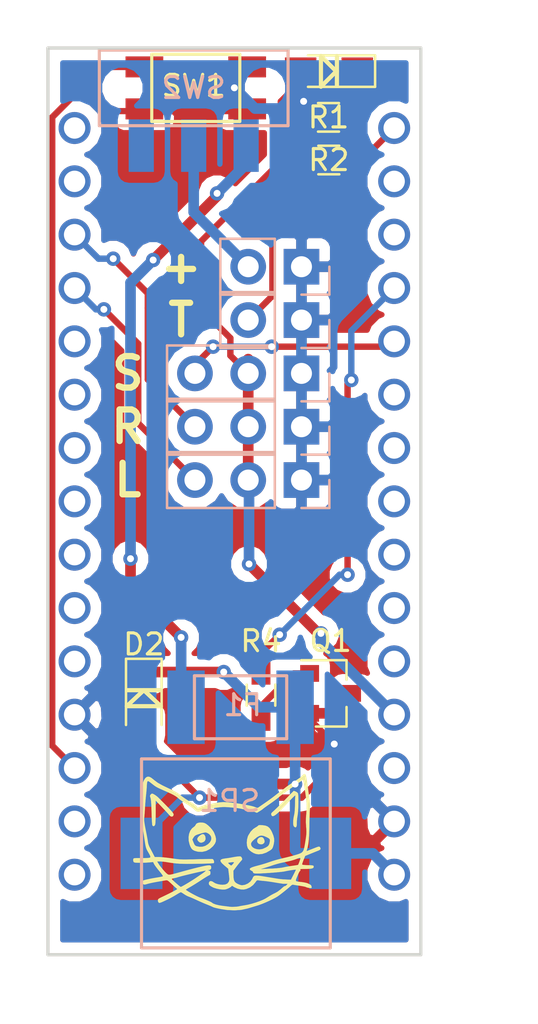
<source format=kicad_pcb>
(kicad_pcb (version 4) (host pcbnew 4.0.7)

  (general
    (links 31)
    (no_connects 0)
    (area 194.564 75.9726 220.218001 131.9314)
    (thickness 1.6)
    (drawings 18)
    (tracks 124)
    (zones 0)
    (modules 17)
    (nets 37)
  )

  (page A4)
  (layers
    (0 F.Cu signal)
    (31 B.Cu signal)
    (32 B.Adhes user)
    (33 F.Adhes user)
    (34 B.Paste user)
    (35 F.Paste user)
    (36 B.SilkS user)
    (37 F.SilkS user)
    (38 B.Mask user)
    (39 F.Mask user)
    (40 Dwgs.User user)
    (41 Cmts.User user)
    (42 Eco1.User user)
    (43 Eco2.User user)
    (44 Edge.Cuts user)
    (45 Margin user)
    (46 B.CrtYd user)
    (47 F.CrtYd user)
    (48 B.Fab user hide)
    (49 F.Fab user hide)
  )

  (setup
    (last_trace_width 0.3048)
    (user_trace_width 0.508)
    (trace_clearance 0.1524)
    (zone_clearance 0.508)
    (zone_45_only no)
    (trace_min 0.3048)
    (segment_width 0.2)
    (edge_width 0.15)
    (via_size 0.6858)
    (via_drill 0.3302)
    (via_min_size 0.6858)
    (via_min_drill 0.3302)
    (uvia_size 0.762)
    (uvia_drill 0.508)
    (uvias_allowed no)
    (uvia_min_size 0)
    (uvia_min_drill 0)
    (pcb_text_width 0.3)
    (pcb_text_size 1.5 1.5)
    (mod_edge_width 0.15)
    (mod_text_size 1 1)
    (mod_text_width 0.15)
    (pad_size 1.524 1.524)
    (pad_drill 0.762)
    (pad_to_mask_clearance 0.2)
    (aux_axis_origin 0 0)
    (grid_origin 228.6 95.25)
    (visible_elements 7FFFFFFF)
    (pcbplotparams
      (layerselection 0x00030_80000001)
      (usegerberextensions false)
      (excludeedgelayer true)
      (linewidth 0.100000)
      (plotframeref false)
      (viasonmask false)
      (mode 1)
      (useauxorigin false)
      (hpglpennumber 1)
      (hpglpenspeed 20)
      (hpglpendiameter 15)
      (hpglpenoverlay 2)
      (psnegative false)
      (psa4output false)
      (plotreference true)
      (plotvalue true)
      (plotinvisibletext false)
      (padsonsilk false)
      (subtractmaskfromsilk false)
      (outputformat 1)
      (mirror false)
      (drillshape 1)
      (scaleselection 1)
      (outputdirectory ""))
  )

  (net 0 "")
  (net 1 "Net-(D1-Pad1)")
  (net 2 5V)
  (net 3 GND)
  (net 4 VCC)
  (net 5 "Net-(P2-Pad2)")
  (net 6 LSERVO)
  (net 7 RSERVO)
  (net 8 BUZZ)
  (net 9 TAIL)
  (net 10 "Net-(U1-Pad1)")
  (net 11 "Net-(U1-Pad2)")
  (net 12 "Net-(U1-Pad5)")
  (net 13 "Net-(U1-Pad6)")
  (net 14 "Net-(U1-Pad7)")
  (net 15 "Net-(U1-Pad8)")
  (net 16 "Net-(U1-Pad9)")
  (net 17 "Net-(U1-Pad10)")
  (net 18 "Net-(U1-Pad11)")
  (net 19 "Net-(U1-Pad14)")
  (net 20 "Net-(U1-Pad15)")
  (net 21 "Net-(U1-Pad17)")
  (net 22 "Net-(U1-Pad18)")
  (net 23 "Net-(U1-Pad21)")
  (net 24 "Net-(U1-Pad22)")
  (net 25 "Net-(U1-Pad23)")
  (net 26 "Net-(U1-Pad24)")
  (net 27 "Net-(U1-Pad25)")
  (net 28 "Net-(U1-Pad26)")
  (net 29 "Net-(U1-Pad28)")
  (net 30 "Net-(F1-Pad1)")
  (net 31 "Net-(P1-Pad2)")
  (net 32 RST)
  (net 33 "Net-(SW2-Pad1)")
  (net 34 SENS)
  (net 35 "Net-(D2-Pad2)")
  (net 36 "Net-(Q1-Pad1)")

  (net_class Default "This is the default net class."
    (clearance 0.1524)
    (trace_width 0.3048)
    (via_dia 0.6858)
    (via_drill 0.3302)
    (uvia_dia 0.762)
    (uvia_drill 0.508)
    (add_net 5V)
    (add_net BUZZ)
    (add_net GND)
    (add_net LSERVO)
    (add_net "Net-(D1-Pad1)")
    (add_net "Net-(D2-Pad2)")
    (add_net "Net-(F1-Pad1)")
    (add_net "Net-(P1-Pad2)")
    (add_net "Net-(P2-Pad2)")
    (add_net "Net-(Q1-Pad1)")
    (add_net "Net-(SW2-Pad1)")
    (add_net "Net-(U1-Pad1)")
    (add_net "Net-(U1-Pad10)")
    (add_net "Net-(U1-Pad11)")
    (add_net "Net-(U1-Pad14)")
    (add_net "Net-(U1-Pad15)")
    (add_net "Net-(U1-Pad17)")
    (add_net "Net-(U1-Pad18)")
    (add_net "Net-(U1-Pad2)")
    (add_net "Net-(U1-Pad21)")
    (add_net "Net-(U1-Pad22)")
    (add_net "Net-(U1-Pad23)")
    (add_net "Net-(U1-Pad24)")
    (add_net "Net-(U1-Pad25)")
    (add_net "Net-(U1-Pad26)")
    (add_net "Net-(U1-Pad28)")
    (add_net "Net-(U1-Pad5)")
    (add_net "Net-(U1-Pad6)")
    (add_net "Net-(U1-Pad7)")
    (add_net "Net-(U1-Pad8)")
    (add_net "Net-(U1-Pad9)")
    (add_net RSERVO)
    (add_net RST)
    (add_net SENS)
    (add_net TAIL)
    (add_net VCC)
  )

  (module LEDs:LED_0805_HandSoldering locked (layer F.Cu) (tedit 597FE334) (tstamp 597FC675)
    (at 210.25 83.65 180)
    (descr "Resistor SMD 0805, hand soldering")
    (tags "resistor 0805")
    (path /597FE136)
    (attr smd)
    (fp_text reference D1 (at 0 -1.7 180) (layer F.Fab)
      (effects (font (size 1 1) (thickness 0.15)))
    )
    (fp_text value LED (at 0 1.75 180) (layer F.Fab)
      (effects (font (size 1 1) (thickness 0.15)))
    )
    (fp_line (start -0.4 -0.4) (end -0.4 0.4) (layer F.Fab) (width 0.1))
    (fp_line (start -0.4 0) (end 0.2 -0.4) (layer F.Fab) (width 0.1))
    (fp_line (start 0.2 0.4) (end -0.4 0) (layer F.Fab) (width 0.1))
    (fp_line (start 0.2 -0.4) (end 0.2 0.4) (layer F.Fab) (width 0.1))
    (fp_line (start -1 0.62) (end -1 -0.62) (layer F.Fab) (width 0.1))
    (fp_line (start 1 0.62) (end -1 0.62) (layer F.Fab) (width 0.1))
    (fp_line (start 1 -0.62) (end 1 0.62) (layer F.Fab) (width 0.1))
    (fp_line (start -1 -0.62) (end 1 -0.62) (layer F.Fab) (width 0.1))
    (fp_line (start 1 0.75) (end -2.2 0.75) (layer F.SilkS) (width 0.12))
    (fp_line (start -2.2 -0.75) (end 1 -0.75) (layer F.SilkS) (width 0.12))
    (fp_line (start -2.35 -0.9) (end 2.35 -0.9) (layer F.CrtYd) (width 0.05))
    (fp_line (start -2.35 -0.9) (end -2.35 0.9) (layer F.CrtYd) (width 0.05))
    (fp_line (start 2.35 0.9) (end 2.35 -0.9) (layer F.CrtYd) (width 0.05))
    (fp_line (start 2.35 0.9) (end -2.35 0.9) (layer F.CrtYd) (width 0.05))
    (fp_line (start -2.2 -0.75) (end -2.2 0.75) (layer F.SilkS) (width 0.12))
    (pad 1 smd rect (at -1.35 0 180) (size 1.5 1.3) (layers F.Cu F.Paste F.Mask)
      (net 1 "Net-(D1-Pad1)"))
    (pad 2 smd rect (at 1.35 0 180) (size 1.5 1.3) (layers F.Cu F.Paste F.Mask)
      (net 2 5V))
    (model ${KISYS3DMOD}/LEDs.3dshapes/LED_0805.wrl
      (at (xyz 0 0 0))
      (scale (xyz 1 1 1))
      (rotate (xyz 0 0 0))
    )
  )

  (module Pin_Headers:Pin_Header_Straight_1x02_Pitch2.54mm (layer B.Cu) (tedit 597FE322) (tstamp 597FC67B)
    (at 208.939175 92.965953 90)
    (descr "Through hole straight pin header, 1x02, 2.54mm pitch, single row")
    (tags "Through hole pin header THT 1x02 2.54mm single row")
    (path /597FBC27)
    (fp_text reference P1 (at 0 2.33 90) (layer B.Fab)
      (effects (font (size 1 1) (thickness 0.15)) (justify mirror))
    )
    (fp_text value CONN_01X02 (at 0 -4.87 90) (layer B.Fab)
      (effects (font (size 1 1) (thickness 0.15)) (justify mirror))
    )
    (fp_line (start -0.635 1.27) (end 1.27 1.27) (layer B.Fab) (width 0.1))
    (fp_line (start 1.27 1.27) (end 1.27 -3.81) (layer B.Fab) (width 0.1))
    (fp_line (start 1.27 -3.81) (end -1.27 -3.81) (layer B.Fab) (width 0.1))
    (fp_line (start -1.27 -3.81) (end -1.27 0.635) (layer B.Fab) (width 0.1))
    (fp_line (start -1.27 0.635) (end -0.635 1.27) (layer B.Fab) (width 0.1))
    (fp_line (start -1.33 -3.87) (end 1.33 -3.87) (layer B.SilkS) (width 0.12))
    (fp_line (start -1.33 -1.27) (end -1.33 -3.87) (layer B.SilkS) (width 0.12))
    (fp_line (start 1.33 -1.27) (end 1.33 -3.87) (layer B.SilkS) (width 0.12))
    (fp_line (start -1.33 -1.27) (end 1.33 -1.27) (layer B.SilkS) (width 0.12))
    (fp_line (start -1.33 0) (end -1.33 1.33) (layer B.SilkS) (width 0.12))
    (fp_line (start -1.33 1.33) (end 0 1.33) (layer B.SilkS) (width 0.12))
    (fp_line (start -1.8 1.8) (end -1.8 -4.35) (layer B.CrtYd) (width 0.05))
    (fp_line (start -1.8 -4.35) (end 1.8 -4.35) (layer B.CrtYd) (width 0.05))
    (fp_line (start 1.8 -4.35) (end 1.8 1.8) (layer B.CrtYd) (width 0.05))
    (fp_line (start 1.8 1.8) (end -1.8 1.8) (layer B.CrtYd) (width 0.05))
    (fp_text user %R (at 0 -1.27 360) (layer B.Fab)
      (effects (font (size 1 1) (thickness 0.15)) (justify mirror))
    )
    (pad 1 thru_hole rect (at 0 0 90) (size 1.7 1.7) (drill 1) (layers *.Cu *.Mask)
      (net 3 GND))
    (pad 2 thru_hole oval (at 0 -2.54 90) (size 1.7 1.7) (drill 1) (layers *.Cu *.Mask)
      (net 31 "Net-(P1-Pad2)"))
    (model ${KISYS3DMOD}/Pin_Headers.3dshapes/Pin_Header_Straight_1x02_Pitch2.54mm.wrl
      (at (xyz 0 0 0))
      (scale (xyz 1 1 1))
      (rotate (xyz 0 0 0))
    )
  )

  (module Pin_Headers:Pin_Header_Straight_1x02_Pitch2.54mm (layer B.Cu) (tedit 597FE35C) (tstamp 597FC681)
    (at 208.939175 95.505953 90)
    (descr "Through hole straight pin header, 1x02, 2.54mm pitch, single row")
    (tags "Through hole pin header THT 1x02 2.54mm single row")
    (path /597FBD10)
    (fp_text reference P2 (at 0 2.33 90) (layer B.Fab)
      (effects (font (size 1 1) (thickness 0.15)) (justify mirror))
    )
    (fp_text value CONN_01X02 (at 0 -4.87 90) (layer B.Fab)
      (effects (font (size 1 1) (thickness 0.15)) (justify mirror))
    )
    (fp_line (start -0.635 1.27) (end 1.27 1.27) (layer B.Fab) (width 0.1))
    (fp_line (start 1.27 1.27) (end 1.27 -3.81) (layer B.Fab) (width 0.1))
    (fp_line (start 1.27 -3.81) (end -1.27 -3.81) (layer B.Fab) (width 0.1))
    (fp_line (start -1.27 -3.81) (end -1.27 0.635) (layer B.Fab) (width 0.1))
    (fp_line (start -1.27 0.635) (end -0.635 1.27) (layer B.Fab) (width 0.1))
    (fp_line (start -1.33 -3.87) (end 1.33 -3.87) (layer B.SilkS) (width 0.12))
    (fp_line (start -1.33 -1.27) (end -1.33 -3.87) (layer B.SilkS) (width 0.12))
    (fp_line (start 1.33 -1.27) (end 1.33 -3.87) (layer B.SilkS) (width 0.12))
    (fp_line (start -1.33 -1.27) (end 1.33 -1.27) (layer B.SilkS) (width 0.12))
    (fp_line (start -1.33 0) (end -1.33 1.33) (layer B.SilkS) (width 0.12))
    (fp_line (start -1.33 1.33) (end 0 1.33) (layer B.SilkS) (width 0.12))
    (fp_line (start -1.8 1.8) (end -1.8 -4.35) (layer B.CrtYd) (width 0.05))
    (fp_line (start -1.8 -4.35) (end 1.8 -4.35) (layer B.CrtYd) (width 0.05))
    (fp_line (start 1.8 -4.35) (end 1.8 1.8) (layer B.CrtYd) (width 0.05))
    (fp_line (start 1.8 1.8) (end -1.8 1.8) (layer B.CrtYd) (width 0.05))
    (fp_text user %R (at 0 -1.27 360) (layer B.Fab)
      (effects (font (size 1 1) (thickness 0.15)) (justify mirror))
    )
    (pad 1 thru_hole rect (at 0 0 90) (size 1.7 1.7) (drill 1) (layers *.Cu *.Mask)
      (net 3 GND))
    (pad 2 thru_hole oval (at 0 -2.54 90) (size 1.7 1.7) (drill 1) (layers *.Cu *.Mask)
      (net 5 "Net-(P2-Pad2)"))
    (model ${KISYS3DMOD}/Pin_Headers.3dshapes/Pin_Header_Straight_1x02_Pitch2.54mm.wrl
      (at (xyz 0 0 0))
      (scale (xyz 1 1 1))
      (rotate (xyz 0 0 0))
    )
  )

  (module Pin_Headers:Pin_Header_Straight_1x03_Pitch2.54mm (layer B.Cu) (tedit 597FE364) (tstamp 597FC688)
    (at 208.939175 103.125953 90)
    (descr "Through hole straight pin header, 1x03, 2.54mm pitch, single row")
    (tags "Through hole pin header THT 1x03 2.54mm single row")
    (path /597FB9B0)
    (fp_text reference P3 (at 0 2.33 90) (layer B.Fab)
      (effects (font (size 1 1) (thickness 0.15)) (justify mirror))
    )
    (fp_text value CONN_01X03 (at 0 -7.41 90) (layer B.Fab)
      (effects (font (size 1 1) (thickness 0.15)) (justify mirror))
    )
    (fp_line (start -0.635 1.27) (end 1.27 1.27) (layer B.Fab) (width 0.1))
    (fp_line (start 1.27 1.27) (end 1.27 -6.35) (layer B.Fab) (width 0.1))
    (fp_line (start 1.27 -6.35) (end -1.27 -6.35) (layer B.Fab) (width 0.1))
    (fp_line (start -1.27 -6.35) (end -1.27 0.635) (layer B.Fab) (width 0.1))
    (fp_line (start -1.27 0.635) (end -0.635 1.27) (layer B.Fab) (width 0.1))
    (fp_line (start -1.33 -6.41) (end 1.33 -6.41) (layer B.SilkS) (width 0.12))
    (fp_line (start -1.33 -1.27) (end -1.33 -6.41) (layer B.SilkS) (width 0.12))
    (fp_line (start 1.33 -1.27) (end 1.33 -6.41) (layer B.SilkS) (width 0.12))
    (fp_line (start -1.33 -1.27) (end 1.33 -1.27) (layer B.SilkS) (width 0.12))
    (fp_line (start -1.33 0) (end -1.33 1.33) (layer B.SilkS) (width 0.12))
    (fp_line (start -1.33 1.33) (end 0 1.33) (layer B.SilkS) (width 0.12))
    (fp_line (start -1.8 1.8) (end -1.8 -6.85) (layer B.CrtYd) (width 0.05))
    (fp_line (start -1.8 -6.85) (end 1.8 -6.85) (layer B.CrtYd) (width 0.05))
    (fp_line (start 1.8 -6.85) (end 1.8 1.8) (layer B.CrtYd) (width 0.05))
    (fp_line (start 1.8 1.8) (end -1.8 1.8) (layer B.CrtYd) (width 0.05))
    (fp_text user %R (at 0.207266 -3.944399 360) (layer B.Fab)
      (effects (font (size 1 1) (thickness 0.15)) (justify mirror))
    )
    (pad 1 thru_hole rect (at 0 0 90) (size 1.7 1.7) (drill 1) (layers *.Cu *.Mask)
      (net 3 GND))
    (pad 2 thru_hole oval (at 0 -2.54 90) (size 1.7 1.7) (drill 1) (layers *.Cu *.Mask)
      (net 2 5V))
    (pad 3 thru_hole oval (at 0 -5.08 90) (size 1.7 1.7) (drill 1) (layers *.Cu *.Mask)
      (net 6 LSERVO))
    (model ${KISYS3DMOD}/Pin_Headers.3dshapes/Pin_Header_Straight_1x03_Pitch2.54mm.wrl
      (at (xyz 0 0 0))
      (scale (xyz 1 1 1))
      (rotate (xyz 0 0 0))
    )
  )

  (module Pin_Headers:Pin_Header_Straight_1x03_Pitch2.54mm (layer B.Cu) (tedit 597FE36A) (tstamp 597FC68F)
    (at 208.939175 100.585953 90)
    (descr "Through hole straight pin header, 1x03, 2.54mm pitch, single row")
    (tags "Through hole pin header THT 1x03 2.54mm single row")
    (path /597FB8A1)
    (fp_text reference P4 (at 0 2.33 90) (layer B.Fab)
      (effects (font (size 1 1) (thickness 0.15)) (justify mirror))
    )
    (fp_text value CONN_01X03 (at 0 -7.41 90) (layer B.Fab)
      (effects (font (size 1 1) (thickness 0.15)) (justify mirror))
    )
    (fp_line (start -0.635 1.27) (end 1.27 1.27) (layer B.Fab) (width 0.1))
    (fp_line (start 1.27 1.27) (end 1.27 -6.35) (layer B.Fab) (width 0.1))
    (fp_line (start 1.27 -6.35) (end -1.27 -6.35) (layer B.Fab) (width 0.1))
    (fp_line (start -1.27 -6.35) (end -1.27 0.635) (layer B.Fab) (width 0.1))
    (fp_line (start -1.27 0.635) (end -0.635 1.27) (layer B.Fab) (width 0.1))
    (fp_line (start -1.33 -6.41) (end 1.33 -6.41) (layer B.SilkS) (width 0.12))
    (fp_line (start -1.33 -1.27) (end -1.33 -6.41) (layer B.SilkS) (width 0.12))
    (fp_line (start 1.33 -1.27) (end 1.33 -6.41) (layer B.SilkS) (width 0.12))
    (fp_line (start -1.33 -1.27) (end 1.33 -1.27) (layer B.SilkS) (width 0.12))
    (fp_line (start -1.33 0) (end -1.33 1.33) (layer B.SilkS) (width 0.12))
    (fp_line (start -1.33 1.33) (end 0 1.33) (layer B.SilkS) (width 0.12))
    (fp_line (start -1.8 1.8) (end -1.8 -6.85) (layer B.CrtYd) (width 0.05))
    (fp_line (start -1.8 -6.85) (end 1.8 -6.85) (layer B.CrtYd) (width 0.05))
    (fp_line (start 1.8 -6.85) (end 1.8 1.8) (layer B.CrtYd) (width 0.05))
    (fp_line (start 1.8 1.8) (end -1.8 1.8) (layer B.CrtYd) (width 0.05))
    (fp_text user %R (at 0 -2.54 360) (layer B.Fab)
      (effects (font (size 1 1) (thickness 0.15)) (justify mirror))
    )
    (pad 1 thru_hole rect (at 0 0 90) (size 1.7 1.7) (drill 1) (layers *.Cu *.Mask)
      (net 3 GND))
    (pad 2 thru_hole oval (at 0 -2.54 90) (size 1.7 1.7) (drill 1) (layers *.Cu *.Mask)
      (net 2 5V))
    (pad 3 thru_hole oval (at 0 -5.08 90) (size 1.7 1.7) (drill 1) (layers *.Cu *.Mask)
      (net 7 RSERVO))
    (model ${KISYS3DMOD}/Pin_Headers.3dshapes/Pin_Header_Straight_1x03_Pitch2.54mm.wrl
      (at (xyz 0 0 0))
      (scale (xyz 1 1 1))
      (rotate (xyz 0 0 0))
    )
  )

  (module CodeKitty:CKlogo (layer F.Cu) (tedit 0) (tstamp 597FDE11)
    (at 205.232 120.396)
    (fp_text reference G*** (at 0 0) (layer F.SilkS) hide
      (effects (font (thickness 0.3)))
    )
    (fp_text value LOGO (at 0.75 0) (layer F.SilkS) hide
      (effects (font (thickness 0.3)))
    )
    (fp_poly (pts (xy 3.878256 -3.26461) (xy 3.905344 -3.222853) (xy 3.929264 -3.142637) (xy 3.952685 -3.019892)
      (xy 3.977661 -2.854896) (xy 3.998058 -2.710008) (xy 4.017069 -2.571974) (xy 4.032931 -2.453808)
      (xy 4.04388 -2.368524) (xy 4.046151 -2.3495) (xy 4.057284 -2.260071) (xy 4.072811 -2.144452)
      (xy 4.089497 -2.026679) (xy 4.090578 -2.0193) (xy 4.105684 -1.855219) (xy 4.108013 -1.672173)
      (xy 4.103551 -1.5748) (xy 4.098205 -1.475482) (xy 4.092982 -1.337184) (xy 4.088211 -1.171726)
      (xy 4.084223 -0.990927) (xy 4.081349 -0.806607) (xy 4.080849 -0.762) (xy 4.072954 -0.442386)
      (xy 4.056192 -0.17098) (xy 4.030364 0.054064) (xy 3.995267 0.234592) (xy 3.959973 0.349282)
      (xy 3.947943 0.393648) (xy 3.96226 0.401651) (xy 3.968276 0.399625) (xy 4.003676 0.385749)
      (xy 4.075614 0.357507) (xy 4.173347 0.319117) (xy 4.277224 0.2783) (xy 4.395466 0.232328)
      (xy 4.475565 0.203531) (xy 4.526518 0.190157) (xy 4.557326 0.190458) (xy 4.576986 0.202682)
      (xy 4.589108 0.217633) (xy 4.616523 0.278021) (xy 4.597537 0.32566) (xy 4.530097 0.365112)
      (xy 4.5212 0.36856) (xy 4.46169 0.391701) (xy 4.368771 0.428678) (xy 4.256035 0.474054)
      (xy 4.156858 0.514318) (xy 3.881416 0.626606) (xy 3.807608 0.810312) (xy 3.772338 0.902445)
      (xy 3.746243 0.978897) (xy 3.734125 1.025398) (xy 3.7338 1.02955) (xy 3.74482 1.046236)
      (xy 3.782754 1.057974) (xy 3.854908 1.06591) (xy 3.968592 1.071186) (xy 4.00685 1.07229)
      (xy 4.12747 1.076036) (xy 4.206495 1.081047) (xy 4.253125 1.089426) (xy 4.276558 1.10328)
      (xy 4.285992 1.12471) (xy 4.288011 1.136609) (xy 4.282257 1.178898) (xy 4.247653 1.209374)
      (xy 4.17893 1.229501) (xy 4.070818 1.240744) (xy 3.918049 1.244569) (xy 3.899624 1.2446)
      (xy 3.78217 1.245046) (xy 3.706917 1.247648) (xy 3.665268 1.254303) (xy 3.648625 1.266907)
      (xy 3.648388 1.287356) (xy 3.651279 1.299371) (xy 3.65396 1.3368) (xy 3.640851 1.338846)
      (xy 3.62193 1.354483) (xy 3.589776 1.408635) (xy 3.549206 1.492337) (xy 3.513129 1.576513)
      (xy 3.467642 1.685969) (xy 3.440196 1.760693) (xy 3.436301 1.808401) (xy 3.461466 1.836811)
      (xy 3.521201 1.853637) (xy 3.621016 1.866596) (xy 3.729004 1.878836) (xy 3.838925 1.895847)
      (xy 3.939219 1.918185) (xy 4.011323 1.941569) (xy 4.021104 1.94619) (xy 4.086771 1.97992)
      (xy 4.137397 2.005086) (xy 4.1402 2.00642) (xy 4.171061 2.042924) (xy 4.186697 2.095444)
      (xy 4.18948 2.137862) (xy 4.176274 2.156558) (xy 4.134716 2.157567) (xy 4.074959 2.149999)
      (xy 3.997254 2.135225) (xy 3.939251 2.116846) (xy 3.924962 2.10875) (xy 3.88876 2.095301)
      (xy 3.813829 2.078051) (xy 3.711858 2.059425) (xy 3.617786 2.045038) (xy 3.50125 2.028061)
      (xy 3.400971 2.012311) (xy 3.329152 1.999772) (xy 3.300485 1.993419) (xy 3.256663 2.002254)
      (xy 3.203431 2.042598) (xy 3.198699 2.047576) (xy 3.147814 2.0961) (xy 3.066338 2.166586)
      (xy 2.96453 2.250798) (xy 2.852649 2.340499) (xy 2.740953 2.427454) (xy 2.639702 2.503426)
      (xy 2.5654 2.555999) (xy 2.464118 2.616701) (xy 2.327633 2.68794) (xy 2.168833 2.763898)
      (xy 2.000609 2.838755) (xy 1.835852 2.90669) (xy 1.68745 2.961884) (xy 1.612682 2.986147)
      (xy 1.477295 3.026797) (xy 1.321941 3.073526) (xy 1.175282 3.11771) (xy 1.143 3.127449)
      (xy 0.839912 3.193673) (xy 0.510745 3.217692) (xy 0.157786 3.199443) (xy -0.1016 3.161598)
      (xy -0.23315 3.135941) (xy -0.351318 3.109796) (xy -0.444658 3.085911) (xy -0.501724 3.067036)
      (xy -0.508 3.063981) (xy -0.558539 3.039718) (xy -0.642731 3.003084) (xy -0.746826 2.959962)
      (xy -0.8128 2.933547) (xy -0.946839 2.878509) (xy -1.101014 2.812) (xy -1.249932 2.745075)
      (xy -1.3081 2.717941) (xy -1.423358 2.66482) (xy -1.53278 2.616961) (xy -1.621629 2.580679)
      (xy -1.6637 2.565549) (xy -1.742399 2.532092) (xy -1.835332 2.480653) (xy -1.891902 2.443597)
      (xy -1.962977 2.395987) (xy -2.019139 2.363499) (xy -2.044302 2.353969) (xy -2.078233 2.366613)
      (xy -2.140216 2.399211) (xy -2.202687 2.436111) (xy -2.393778 2.550472) (xy -2.558344 2.641384)
      (xy -2.6416 2.683059) (xy -2.789327 2.752785) (xy -2.898198 2.802943) (xy -2.975087 2.836085)
      (xy -3.026869 2.854764) (xy -3.060419 2.861534) (xy -3.08261 2.858946) (xy -3.096572 2.852002)
      (xy -3.126112 2.809797) (xy -3.1369 2.753131) (xy -3.131562 2.710655) (xy -3.108626 2.677626)
      (xy -3.057711 2.644149) (xy -2.9845 2.607864) (xy -2.806162 2.522908) (xy -2.641278 2.442653)
      (xy -2.497548 2.370956) (xy -2.382671 2.311669) (xy -2.304348 2.268649) (xy -2.29119 2.260769)
      (xy -2.207479 2.209135) (xy -2.31659 2.113293) (xy -2.396097 2.041902) (xy -2.48844 1.956775)
      (xy -2.5527 1.896228) (xy -2.625625 1.83046) (xy -2.677994 1.79567) (xy -2.722954 1.784825)
      (xy -2.7559 1.787521) (xy -2.998617 1.828045) (xy -3.196677 1.862648) (xy -3.355737 1.892422)
      (xy -3.481456 1.918456) (xy -3.579491 1.94184) (xy -3.631166 1.956171) (xy -3.719912 1.981227)
      (xy -3.774422 1.991075) (xy -3.808791 1.986149) (xy -3.837114 1.966886) (xy -3.841834 1.962677)
      (xy -3.876237 1.906326) (xy -3.8742 1.846394) (xy -3.836531 1.802967) (xy -3.8354 1.802395)
      (xy -3.779145 1.78273) (xy -3.68314 1.757857) (xy -3.557885 1.73004) (xy -3.54146 1.72679)
      (xy -2.48415 1.72679) (xy -2.4608 1.755984) (xy -2.408835 1.807546) (xy -2.338071 1.872899)
      (xy -2.258326 1.943465) (xy -2.179416 2.010667) (xy -2.111157 2.065928) (xy -2.063367 2.100671)
      (xy -2.047619 2.1082) (xy -2.015442 2.09573) (xy -1.949389 2.06171) (xy -1.858843 2.011216)
      (xy -1.753189 1.94933) (xy -1.744593 1.944176) (xy -1.625868 1.872004) (xy -1.510271 1.800232)
      (xy -1.411816 1.737645) (xy -1.349584 1.696526) (xy -1.272126 1.643558) (xy -1.170317 1.574159)
      (xy -1.06186 1.50039) (xy -1.021817 1.4732) (xy -0.938648 1.41385) (xy -0.878771 1.365375)
      (xy -0.849428 1.334013) (xy -0.850546 1.32566) (xy -0.884024 1.329197) (xy -0.958685 1.343165)
      (xy -1.066429 1.365673) (xy -1.199157 1.394828) (xy -1.348768 1.428739) (xy -1.507164 1.465514)
      (xy -1.666244 1.503261) (xy -1.817908 1.540087) (xy -1.954057 1.574103) (xy -2.066592 1.603414)
      (xy -2.147412 1.626131) (xy -2.175254 1.635072) (xy -2.268711 1.662938) (xy -2.369209 1.685863)
      (xy -2.382885 1.688303) (xy -2.446996 1.703486) (xy -2.48185 1.720356) (xy -2.48415 1.72679)
      (xy -3.54146 1.72679) (xy -3.413878 1.701546) (xy -3.261618 1.67464) (xy -3.190775 1.663277)
      (xy -3.080494 1.644869) (xy -2.987288 1.626825) (xy -2.923869 1.611736) (xy -2.905187 1.605059)
      (xy -2.898888 1.585588) (xy -2.918136 1.54438) (xy -2.965872 1.476872) (xy -3.045039 1.3785)
      (xy -3.072192 1.346047) (xy -3.155539 1.243674) (xy -3.230494 1.145529) (xy -3.28849 1.063211)
      (xy -3.31968 1.011056) (xy -3.3655 0.915679) (xy -3.5433 0.934089) (xy -3.648197 0.942104)
      (xy -3.782327 0.948353) (xy -3.924132 0.95196) (xy -3.995106 0.9525) (xy -4.123554 0.950978)
      (xy -4.209754 0.945692) (xy -4.262185 0.935556) (xy -4.289329 0.919486) (xy -4.293167 0.9144)
      (xy -4.3144 0.853772) (xy -4.313561 0.790541) (xy -4.291186 0.748509) (xy -4.289398 0.74732)
      (xy -4.25431 0.740973) (xy -4.179096 0.736376) (xy -4.074414 0.733925) (xy -3.950919 0.734016)
      (xy -3.936188 0.734205) (xy -3.806714 0.734669) (xy -3.690428 0.732606) (xy -3.599621 0.7284)
      (xy -3.546586 0.722431) (xy -3.544915 0.722035) (xy -3.508041 0.707208) (xy -3.492341 0.681415)
      (xy -3.499446 0.637364) (xy -3.530985 0.56776) (xy -3.588589 0.46531) (xy -3.610601 0.42808)
      (xy -3.649482 0.359973) (xy -3.679088 0.298147) (xy -3.702473 0.231785) (xy -3.722695 0.15007)
      (xy -3.742808 0.042187) (xy -3.76587 -0.10268) (xy -3.772072 -0.14342) (xy -3.798691 -0.317985)
      (xy -3.828279 -0.510242) (xy -3.857543 -0.698889) (xy -3.883188 -0.862623) (xy -3.887355 -0.889)
      (xy -3.910366 -1.078125) (xy -3.798874 -1.078125) (xy -3.787204 -0.965591) (xy -3.76216 -0.810386)
      (xy -3.723333 -0.609548) (xy -3.720569 -0.596045) (xy -3.689755 -0.442252) (xy -3.662048 -0.297108)
      (xy -3.639414 -0.171442) (xy -3.623816 -0.076084) (xy -3.61776 -0.029299) (xy -3.59842 0.061946)
      (xy -3.560329 0.167281) (xy -3.530765 0.2286) (xy -3.476304 0.329833) (xy -3.414665 0.446522)
      (xy -3.372806 0.52705) (xy -3.291097 0.6858) (xy -3.092301 0.6858) (xy -2.997137 0.689753)
      (xy -2.865981 0.700652) (xy -2.712942 0.717057) (xy -2.552131 0.737525) (xy -2.469102 0.749449)
      (xy -2.343852 0.767914) (xy -2.23791 0.78218) (xy -2.142464 0.792566) (xy -2.048702 0.799393)
      (xy -1.947811 0.802982) (xy -1.830979 0.803655) (xy -1.689394 0.80173) (xy -1.514243 0.79753)
      (xy -1.3081 0.791706) (xy -1.117985 0.786599) (xy -0.943108 0.78269) (xy -0.790279 0.78007)
      (xy -0.666308 0.778828) (xy -0.578006 0.779053) (xy -0.532182 0.780836) (xy -0.528501 0.78144)
      (xy -0.494138 0.812049) (xy -0.469515 0.869164) (xy -0.461499 0.929391) (xy -0.474074 0.966833)
      (xy -0.50405 0.972644) (xy -0.578485 0.978634) (xy -0.691042 0.98454) (xy -0.83538 0.990095)
      (xy -1.005161 0.995037) (xy -1.194048 0.999101) (xy -1.283094 1.000566) (xy -1.538326 1.003672)
      (xy -1.752167 1.004315) (xy -1.933992 1.001953) (xy -2.093173 0.996041) (xy -2.239083 0.986035)
      (xy -2.381096 0.971392) (xy -2.528586 0.951569) (xy -2.690925 0.926021) (xy -2.7559 0.915132)
      (xy -2.868359 0.900254) (xy -2.986927 0.890843) (xy -3.04423 0.889147) (xy -3.180159 0.889)
      (xy -3.12043 0.9895) (xy -3.064257 1.073938) (xy -2.989327 1.172987) (xy -2.905003 1.275701)
      (xy -2.820648 1.371131) (xy -2.745626 1.448331) (xy -2.689301 1.496354) (xy -2.683914 1.499838)
      (xy -2.658955 1.514535) (xy -2.634496 1.524627) (xy -2.604495 1.529018) (xy -2.56291 1.526615)
      (xy -2.503697 1.516323) (xy -2.420814 1.497047) (xy -2.308218 1.467692) (xy -2.159866 1.427164)
      (xy -1.969716 1.374369) (xy -1.929609 1.363207) (xy -1.759435 1.316721) (xy -1.576257 1.268138)
      (xy -1.398284 1.2222) (xy -1.243724 1.183645) (xy -1.193009 1.171465) (xy -1.008568 1.128886)
      (xy -0.867266 1.099424) (xy -0.763198 1.082945) (xy -0.690462 1.07932) (xy -0.643153 1.088416)
      (xy -0.615369 1.110103) (xy -0.601204 1.144249) (xy -0.59851 1.158242) (xy -0.606077 1.235201)
      (xy -0.654048 1.283517) (xy -0.718444 1.29769) (xy -0.8001 1.299981) (xy -0.71755 1.323817)
      (xy -0.661078 1.3468) (xy -0.638538 1.383943) (xy -0.635 1.436454) (xy -0.642829 1.50205)
      (xy -0.673882 1.537805) (xy -0.701174 1.550416) (xy -0.74534 1.573003) (xy -0.822312 1.618213)
      (xy -0.922734 1.680326) (xy -1.037251 1.753625) (xy -1.088524 1.787177) (xy -1.220529 1.872862)
      (xy -1.356308 1.958802) (xy -1.481632 2.036125) (xy -1.582274 2.095961) (xy -1.6002 2.106185)
      (xy -1.689172 2.157268) (xy -1.761265 2.200366) (xy -1.804806 2.228438) (xy -1.811253 2.233519)
      (xy -1.798654 2.252391) (xy -1.749071 2.288789) (xy -1.671148 2.337904) (xy -1.573528 2.394927)
      (xy -1.464854 2.455049) (xy -1.35377 2.513462) (xy -1.248918 2.565355) (xy -1.158942 2.605921)
      (xy -1.1049 2.626522) (xy -1.025577 2.654643) (xy -0.92821 2.692082) (xy -0.824648 2.733899)
      (xy -0.726738 2.775153) (xy -0.646327 2.810903) (xy -0.595262 2.836207) (xy -0.584129 2.843714)
      (xy -0.507949 2.89703) (xy -0.386473 2.944108) (xy -0.225 2.983281) (xy -0.058174 3.009375)
      (xy 0.06748 3.025029) (xy 0.181453 3.039281) (xy 0.270343 3.050454) (xy 0.3175 3.056446)
      (xy 0.387157 3.059924) (xy 0.482603 3.058085) (xy 0.584939 3.05206) (xy 0.675267 3.04298)
      (xy 0.734691 3.031976) (xy 0.7366 3.031366) (xy 0.777435 3.022173) (xy 0.855121 3.008078)
      (xy 0.956232 2.991448) (xy 1.011966 2.982832) (xy 1.172549 2.951801) (xy 1.352111 2.906017)
      (xy 1.53701 2.849956) (xy 1.713604 2.788088) (xy 1.86825 2.724887) (xy 1.987307 2.664825)
      (xy 1.9939 2.660888) (xy 2.041052 2.632141) (xy 2.115139 2.586761) (xy 2.1971 2.536429)
      (xy 2.29165 2.481338) (xy 2.385399 2.43162) (xy 2.449141 2.401923) (xy 2.565999 2.337503)
      (xy 2.707674 2.229986) (xy 2.827505 2.123489) (xy 2.877915 2.08358) (xy 2.913962 2.06778)
      (xy 2.919063 2.068903) (xy 2.94792 2.060775) (xy 2.992078 2.024591) (xy 2.997935 2.018517)
      (xy 3.056855 1.9558) (xy 2.969877 1.952792) (xy 2.904667 1.951792) (xy 2.862965 1.953405)
      (xy 2.861204 1.953673) (xy 2.829707 1.950961) (xy 2.757548 1.940887) (xy 2.654103 1.924873)
      (xy 2.528745 1.90434) (xy 2.467504 1.893975) (xy 2.318257 1.869653) (xy 2.170071 1.847584)
      (xy 2.03804 1.829881) (xy 1.937259 1.81866) (xy 1.919357 1.817163) (xy 1.815889 1.808041)
      (xy 1.720821 1.797372) (xy 1.660887 1.788496) (xy 1.607457 1.78334) (xy 1.570147 1.799692)
      (xy 1.531918 1.847482) (xy 1.515237 1.873362) (xy 1.398219 2.01423) (xy 1.248609 2.125757)
      (xy 1.079089 2.199905) (xy 0.961037 2.224631) (xy 0.817006 2.221195) (xy 0.661283 2.184091)
      (xy 0.514249 2.119049) (xy 0.457734 2.08318) (xy 0.40887 2.054391) (xy 0.382498 2.050545)
      (xy 0.381 2.054599) (xy 0.359444 2.084731) (xy 0.304226 2.124206) (xy 0.229517 2.165263)
      (xy 0.14949 2.200144) (xy 0.078318 2.22109) (xy 0.0762 2.221468) (xy -0.04226 2.227725)
      (xy -0.186126 2.214324) (xy -0.335564 2.184711) (xy -0.470738 2.14233) (xy -0.528801 2.116393)
      (xy -0.627992 2.059515) (xy -0.685334 2.009158) (xy -0.707506 1.95682) (xy -0.701757 1.896231)
      (xy -0.668278 1.843427) (xy -0.60986 1.828667) (xy -0.535512 1.852202) (xy -0.480659 1.890036)
      (xy -0.395171 1.939453) (xy -0.27657 1.978279) (xy -0.142203 2.001781) (xy -0.053341 2.0066)
      (xy 0.080258 1.991885) (xy 0.176292 1.946334) (xy 0.239097 1.867837) (xy 0.241405 1.86309)
      (xy 0.259971 1.817811) (xy 0.269778 1.770922) (xy 0.271154 1.710099) (xy 0.264424 1.623015)
      (xy 0.25089 1.505294) (xy 0.21806 1.236672) (xy 0.033717 1.081886) (xy -0.074345 0.983714)
      (xy -0.095298 0.957956) (xy 0.2032 0.957956) (xy 0.213112 0.978168) (xy 0.249072 1.014781)
      (xy 0.295863 1.054569) (xy 0.338266 1.084309) (xy 0.357522 1.092073) (xy 0.383076 1.075276)
      (xy 0.423593 1.03505) (xy 0.479075 0.969689) (xy 0.495699 0.933483) (xy 0.470111 0.920333)
      (xy 0.398962 0.924143) (xy 0.364798 0.928096) (xy 0.282988 0.93963) (xy 0.223786 0.95098)
      (xy 0.2032 0.957956) (xy -0.095298 0.957956) (xy -0.137088 0.906583) (xy -0.154043 0.847678)
      (xy -0.124741 0.804182) (xy -0.048714 0.773282) (xy 0.074507 0.752161) (xy 0.0889 0.750538)
      (xy 0.198252 0.736074) (xy 0.325585 0.715591) (xy 0.4191 0.698245) (xy 0.528623 0.678528)
      (xy 0.636632 0.662754) (xy 0.710324 0.655127) (xy 0.782979 0.653903) (xy 0.823917 0.668039)
      (xy 0.851702 0.705642) (xy 0.85895 0.720032) (xy 0.878157 0.768351) (xy 0.873202 0.805147)
      (xy 0.838768 0.850135) (xy 0.817845 0.872432) (xy 0.767533 0.929754) (xy 0.699414 1.013308)
      (xy 0.625517 1.108205) (xy 0.599369 1.142875) (xy 0.4572 1.333251) (xy 0.459132 1.523875)
      (xy 0.465352 1.669743) (xy 0.483822 1.775965) (xy 0.519403 1.853157) (xy 0.576958 1.911935)
      (xy 0.659849 1.96215) (xy 0.747966 2.000386) (xy 0.830968 2.025279) (xy 0.874504 2.030885)
      (xy 1.01694 2.007044) (xy 1.153771 1.945367) (xy 1.271154 1.854594) (xy 1.355247 1.743463)
      (xy 1.366541 1.720267) (xy 1.388395 1.6706) (xy 1.408906 1.631071) (xy 1.433406 1.601446)
      (xy 1.467225 1.581491) (xy 1.515696 1.570971) (xy 1.584149 1.569653) (xy 1.677916 1.577303)
      (xy 1.802328 1.593687) (xy 1.962717 1.61857) (xy 2.164413 1.651718) (xy 2.3241 1.678234)
      (xy 2.482638 1.704168) (xy 2.604525 1.722877) (xy 2.70315 1.735903) (xy 2.791899 1.744789)
      (xy 2.884159 1.751078) (xy 2.993319 1.756312) (xy 3.006654 1.756878) (xy 3.206608 1.7653)
      (xy 3.330225 1.525837) (xy 3.380198 1.427305) (xy 3.419171 1.347134) (xy 3.442599 1.294893)
      (xy 3.447156 1.27969) (xy 3.418946 1.278835) (xy 3.352901 1.285578) (xy 3.261103 1.298084)
      (xy 3.155633 1.31452) (xy 3.048573 1.333052) (xy 2.952005 1.351845) (xy 2.9083 1.361496)
      (xy 2.840221 1.373115) (xy 2.730487 1.386635) (xy 2.588162 1.401177) (xy 2.422315 1.41586)
      (xy 2.242013 1.429806) (xy 2.114733 1.438486) (xy 1.904619 1.45152) (xy 1.73974 1.460193)
      (xy 1.614687 1.464116) (xy 1.524049 1.462898) (xy 1.462417 1.456149) (xy 1.424382 1.443479)
      (xy 1.404533 1.424499) (xy 1.397462 1.398819) (xy 1.397 1.386758) (xy 1.375693 1.358361)
      (xy 1.324086 1.329842) (xy 1.3208 1.328574) (xy 1.267857 1.296853) (xy 1.249569 1.267564)
      (xy 1.7145 1.267564) (xy 1.8669 1.256736) (xy 1.952921 1.251412) (xy 2.07351 1.244989)
      (xy 2.21247 1.238285) (xy 2.3495 1.232291) (xy 2.492557 1.223727) (xy 2.634609 1.210621)
      (xy 2.758778 1.194795) (xy 2.8448 1.178897) (xy 2.944632 1.157744) (xy 3.07366 1.134425)
      (xy 3.210621 1.112665) (xy 3.273673 1.103769) (xy 3.38368 1.088107) (xy 3.473591 1.073575)
      (xy 3.532345 1.062065) (xy 3.54926 1.056606) (xy 3.563218 1.028466) (xy 3.588679 0.965747)
      (xy 3.620243 0.881774) (xy 3.621617 0.877996) (xy 3.65286 0.787) (xy 3.661423 0.734499)
      (xy 3.641338 0.715724) (xy 3.586638 0.725909) (xy 3.491354 0.760284) (xy 3.4798 0.764702)
      (xy 3.366257 0.805342) (xy 3.247111 0.841492) (xy 3.109829 0.876462) (xy 2.941879 0.913562)
      (xy 2.828832 0.936689) (xy 2.685936 0.969108) (xy 2.529307 1.010551) (xy 2.386349 1.053614)
      (xy 2.346804 1.066932) (xy 2.214565 1.111891) (xy 2.069487 1.159314) (xy 1.939167 1.200211)
      (xy 1.9177 1.206698) (xy 1.7145 1.267564) (xy 1.249569 1.267564) (xy 1.244646 1.25968)
      (xy 1.2446 1.25821) (xy 1.256661 1.228631) (xy 1.29636 1.199265) (xy 1.368971 1.167938)
      (xy 1.479768 1.132475) (xy 1.634024 1.090702) (xy 1.677981 1.079525) (xy 1.823943 1.039588)
      (xy 1.989853 0.989314) (xy 2.148446 0.937117) (xy 2.2098 0.915376) (xy 2.341234 0.871423)
      (xy 2.50221 0.823636) (xy 2.672381 0.777767) (xy 2.831399 0.739569) (xy 2.8321 0.739414)
      (xy 2.991939 0.702195) (xy 3.164078 0.658997) (xy 3.327803 0.615185) (xy 3.462094 0.57622)
      (xy 3.578209 0.5393) (xy 3.666476 0.504739) (xy 3.732034 0.46496) (xy 3.780024 0.412391)
      (xy 3.815585 0.339456) (xy 3.843858 0.238583) (xy 3.869983 0.102196) (xy 3.897123 -0.064839)
      (xy 3.921466 -0.223346) (xy 3.937468 -0.346134) (xy 3.945889 -0.447465) (xy 3.947487 -0.5416)
      (xy 3.943019 -0.642799) (xy 3.933952 -0.75729) (xy 3.921245 -0.978508) (xy 3.925226 -1.187155)
      (xy 3.93882 -1.351461) (xy 3.950558 -1.49622) (xy 3.957479 -1.648368) (xy 3.958839 -1.786249)
      (xy 3.956294 -1.859461) (xy 3.948273 -1.952694) (xy 3.934853 -2.072859) (xy 3.917305 -2.211561)
      (xy 3.896899 -2.360401) (xy 3.874907 -2.510982) (xy 3.8526 -2.654907) (xy 3.831249 -2.783779)
      (xy 3.812124 -2.8892) (xy 3.796498 -2.962773) (xy 3.78564 -2.996101) (xy 3.784083 -2.9972)
      (xy 3.757277 -2.983249) (xy 3.699852 -2.945921) (xy 3.622065 -2.89201) (xy 3.582737 -2.86385)
      (xy 3.491342 -2.798429) (xy 3.37241 -2.714242) (xy 3.240227 -2.621358) (xy 3.109081 -2.529845)
      (xy 3.087127 -2.5146) (xy 2.961508 -2.425676) (xy 2.836551 -2.334135) (xy 2.725132 -2.249606)
      (xy 2.640125 -2.181717) (xy 2.626223 -2.16995) (xy 2.546562 -2.105341) (xy 2.438402 -2.022948)
      (xy 2.315576 -1.933076) (xy 2.191915 -1.846027) (xy 2.1844 -1.840863) (xy 2.076307 -1.765936)
      (xy 1.982475 -1.699409) (xy 1.91136 -1.647388) (xy 1.871422 -1.61598) (xy 1.8669 -1.611624)
      (xy 1.832243 -1.583434) (xy 1.769107 -1.540651) (xy 1.71223 -1.505306) (xy 1.58296 -1.427892)
      (xy 1.44553 -1.478916) (xy 1.347516 -1.509915) (xy 1.226567 -1.540741) (xy 1.1176 -1.563077)
      (xy 1.005271 -1.583838) (xy 0.895235 -1.606179) (xy 0.8128 -1.624909) (xy 0.74496 -1.637742)
      (xy 0.639715 -1.652672) (xy 0.510317 -1.668019) (xy 0.370022 -1.682106) (xy 0.33938 -1.684837)
      (xy 0.180298 -1.697343) (xy 0.053395 -1.703125) (xy -0.059544 -1.701871) (xy -0.176733 -1.693271)
      (xy -0.316387 -1.677013) (xy -0.34642 -1.673104) (xy -0.538168 -1.646882) (xy -0.688503 -1.62363)
      (xy -0.806577 -1.601431) (xy -0.901542 -1.57837) (xy -0.982549 -1.55253) (xy -1.049856 -1.525842)
      (xy -1.15741 -1.486157) (xy -1.238041 -1.477006) (xy -1.307217 -1.500927) (xy -1.380406 -1.560456)
      (xy -1.403778 -1.583906) (xy -1.471332 -1.64324) (xy -1.568931 -1.716127) (xy -1.681891 -1.792036)
      (xy -1.764967 -1.842929) (xy -1.878732 -1.912437) (xy -1.987055 -1.983854) (xy -2.075721 -2.047536)
      (xy -2.120567 -2.084231) (xy -2.201663 -2.153395) (xy -2.287622 -2.215196) (xy -2.388043 -2.275136)
      (xy -2.512523 -2.338713) (xy -2.670662 -2.411429) (xy -2.759753 -2.450503) (xy -2.918047 -2.519471)
      (xy -3.038768 -2.57339) (xy -3.131016 -2.617267) (xy -3.203891 -2.65611) (xy -3.266493 -2.694926)
      (xy -3.327923 -2.738721) (xy -3.39728 -2.792503) (xy -3.433153 -2.82102) (xy -3.524032 -2.891734)
      (xy -3.586476 -2.930716) (xy -3.626456 -2.934272) (xy -3.649941 -2.898707) (xy -3.6629 -2.820327)
      (xy -3.671303 -2.695439) (xy -3.672517 -2.672876) (xy -3.681706 -2.536525) (xy -3.694696 -2.386932)
      (xy -3.708776 -2.255097) (xy -3.709662 -2.2479) (xy -3.720457 -2.147304) (xy -3.732606 -2.011666)
      (xy -3.74482 -1.856675) (xy -3.75581 -1.69802) (xy -3.758739 -1.651) (xy -3.768098 -1.505347)
      (xy -3.777862 -1.369119) (xy -3.787098 -1.254327) (xy -3.794874 -1.172983) (xy -3.797583 -1.150947)
      (xy -3.798874 -1.078125) (xy -3.910366 -1.078125) (xy -3.922261 -1.175888) (xy -3.937124 -1.475413)
      (xy -3.932031 -1.798149) (xy -3.90707 -2.154673) (xy -3.898512 -2.242723) (xy -3.884894 -2.385447)
      (xy -3.873484 -2.521892) (xy -3.865328 -2.638298) (xy -3.86147 -2.720908) (xy -3.861302 -2.732855)
      (xy -3.845382 -2.853175) (xy -3.803532 -2.969424) (xy -3.743263 -3.065563) (xy -3.679266 -3.121756)
      (xy -3.614195 -3.144131) (xy -3.544345 -3.13571) (xy -3.461992 -3.093476) (xy -3.359412 -3.01441)
      (xy -3.322943 -2.982525) (xy -3.149776 -2.852754) (xy -2.927946 -2.728708) (xy -2.896911 -2.713675)
      (xy -2.700089 -2.619551) (xy -2.543516 -2.543966) (xy -2.42145 -2.483885) (xy -2.328148 -2.436273)
      (xy -2.257868 -2.398096) (xy -2.204868 -2.366317) (xy -2.163406 -2.337902) (xy -2.127739 -2.309816)
      (xy -2.119223 -2.302633) (xy -2.002927 -2.211054) (xy -1.857445 -2.107731) (xy -1.699019 -2.003657)
      (xy -1.543891 -1.909824) (xy -1.512736 -1.89216) (xy -1.422977 -1.836152) (xy -1.345428 -1.777525)
      (xy -1.296489 -1.728712) (xy -1.295656 -1.727559) (xy -1.244536 -1.655768) (xy -1.073118 -1.728897)
      (xy -0.981521 -1.765193) (xy -0.902569 -1.791562) (xy -0.852577 -1.802592) (xy -0.8509 -1.802647)
      (xy -0.800335 -1.808225) (xy -0.718934 -1.822149) (xy -0.635 -1.83915) (xy -0.442793 -1.878976)
      (xy -0.287987 -1.906207) (xy -0.159213 -1.922465) (xy -0.0451 -1.929369) (xy 0.001528 -1.929869)
      (xy 0.109935 -1.925518) (xy 0.253476 -1.914139) (xy 0.417241 -1.897407) (xy 0.586313 -1.876995)
      (xy 0.745781 -1.854578) (xy 0.880731 -1.83183) (xy 0.889 -1.830244) (xy 0.986947 -1.811518)
      (xy 1.108241 -1.788675) (xy 1.223902 -1.767163) (xy 1.332807 -1.743493) (xy 1.435036 -1.715224)
      (xy 1.509459 -1.688241) (xy 1.512661 -1.686752) (xy 1.592874 -1.659376) (xy 1.639811 -1.665728)
      (xy 1.672167 -1.688057) (xy 1.737776 -1.733202) (xy 1.828009 -1.79523) (xy 1.934235 -1.868207)
      (xy 1.96932 -1.8923) (xy 2.098314 -1.982593) (xy 2.232352 -2.079306) (xy 2.355807 -2.171001)
      (xy 2.453049 -2.246237) (xy 2.455124 -2.2479) (xy 2.555009 -2.326829) (xy 2.656107 -2.404672)
      (xy 2.741167 -2.468209) (xy 2.763957 -2.48462) (xy 2.843201 -2.542612) (xy 2.915455 -2.598476)
      (xy 2.9464 -2.624056) (xy 2.992861 -2.659793) (xy 3.070808 -2.714993) (xy 3.168909 -2.781783)
      (xy 3.2639 -2.844542) (xy 3.4028 -2.935196) (xy 3.506415 -3.003704) (xy 3.582145 -3.05546)
      (xy 3.637391 -3.09586) (xy 3.679554 -3.130297) (xy 3.716033 -3.164168) (xy 3.751273 -3.19981)
      (xy 3.803891 -3.24902) (xy 3.845328 -3.271976) (xy 3.878256 -3.26461)) (layer F.SilkS) (width 0.01))
    (fp_poly (pts (xy 1.791108 -0.835302) (xy 1.852697 -0.830788) (xy 1.991704 -0.809416) (xy 2.098164 -0.766575)
      (xy 2.18288 -0.694215) (xy 2.256659 -0.584288) (xy 2.299823 -0.497708) (xy 2.364625 -0.338828)
      (xy 2.398501 -0.2024) (xy 2.403408 -0.072154) (xy 2.381304 0.068179) (xy 2.372295 0.104789)
      (xy 2.344489 0.202248) (xy 2.316593 0.265958) (xy 2.27875 0.312023) (xy 2.221104 0.356547)
      (xy 2.216078 0.360017) (xy 2.026123 0.468141) (xy 1.838142 0.531204) (xy 1.657081 0.547958)
      (xy 1.5367 0.531368) (xy 1.426476 0.48973) (xy 1.315184 0.423358) (xy 1.219049 0.343879)
      (xy 1.154297 0.262919) (xy 1.149576 0.254) (xy 1.114177 0.138668) (xy 1.108448 0.065422)
      (xy 1.296206 0.065422) (xy 1.318518 0.151542) (xy 1.380841 0.223915) (xy 1.473415 0.278955)
      (xy 1.586477 0.313079) (xy 1.710267 0.322704) (xy 1.835023 0.304245) (xy 1.892446 0.28433)
      (xy 2.01358 0.228446) (xy 2.095001 0.177308) (xy 2.146143 0.122813) (xy 2.176439 0.056856)
      (xy 2.182477 0.035211) (xy 2.205316 -0.067422) (xy 2.207109 -0.136817) (xy 2.181268 -0.186539)
      (xy 2.12121 -0.230154) (xy 2.031433 -0.275892) (xy 1.90089 -0.329083) (xy 1.793742 -0.346574)
      (xy 1.696445 -0.327535) (xy 1.595455 -0.271139) (xy 1.563014 -0.247273) (xy 1.443656 -0.15103)
      (xy 1.363125 -0.07362) (xy 1.31608 -0.008782) (xy 1.297179 0.049746) (xy 1.296206 0.065422)
      (xy 1.108448 0.065422) (xy 1.103129 -0.002561) (xy 1.115624 -0.151452) (xy 1.150856 -0.28977)
      (xy 1.176252 -0.348313) (xy 1.284539 -0.520719) (xy 1.408514 -0.650241) (xy 1.508809 -0.716409)
      (xy 1.578385 -0.756982) (xy 1.629975 -0.79606) (xy 1.640797 -0.807812) (xy 1.666331 -0.827782)
      (xy 1.712593 -0.836529) (xy 1.791108 -0.835302)) (layer F.SilkS) (width 0.01))
    (fp_poly (pts (xy -0.997783 -0.952435) (xy -0.9271 -0.937146) (xy -0.847051 -0.898268) (xy -0.752241 -0.826726)
      (xy -0.653743 -0.7336) (xy -0.562628 -0.629967) (xy -0.48997 -0.526906) (xy -0.459594 -0.469396)
      (xy -0.398077 -0.310255) (xy -0.370531 -0.179209) (xy -0.37796 -0.065702) (xy -0.421372 0.040822)
      (xy -0.501771 0.15092) (xy -0.520763 0.172504) (xy -0.667707 0.300844) (xy -0.836729 0.387961)
      (xy -1.019326 0.431027) (xy -1.207001 0.427215) (xy -1.25778 0.417705) (xy -1.381839 0.383628)
      (xy -1.470291 0.339729) (xy -1.534747 0.275301) (xy -1.586818 0.179636) (xy -1.625576 0.078527)
      (xy -1.666258 -0.091826) (xy -1.668709 -0.15518) (xy -1.501026 -0.15518) (xy -1.442546 -0.00774)
      (xy -1.404441 0.078383) (xy -1.368329 0.129475) (xy -1.322669 0.159469) (xy -1.295283 0.170016)
      (xy -1.152334 0.198039) (xy -1.004512 0.191787) (xy -0.8763 0.153266) (xy -0.744655 0.072028)
      (xy -0.651426 -0.022829) (xy -0.597854 -0.124874) (xy -0.585181 -0.227673) (xy -0.61465 -0.324794)
      (xy -0.687501 -0.409805) (xy -0.758773 -0.455554) (xy -0.808165 -0.478731) (xy -0.852146 -0.49049)
      (xy -0.902686 -0.490013) (xy -0.971752 -0.476485) (xy -1.071312 -0.449088) (xy -1.136948 -0.42973)
      (xy -1.251123 -0.393725) (xy -1.328295 -0.362031) (xy -1.38087 -0.32717) (xy -1.42126 -0.281662)
      (xy -1.446743 -0.243012) (xy -1.501026 -0.15518) (xy -1.668709 -0.15518) (xy -1.672863 -0.262509)
      (xy -1.647625 -0.42392) (xy -1.592777 -0.566461) (xy -1.510552 -0.68053) (xy -1.43519 -0.739913)
      (xy -1.375553 -0.788338) (xy -1.338357 -0.842799) (xy -1.335796 -0.850799) (xy -1.29725 -0.907005)
      (xy -1.221156 -0.944139) (xy -1.117879 -0.960012) (xy -0.997783 -0.952435)) (layer F.SilkS) (width 0.01))
    (fp_poly (pts (xy 3.423186 -2.437201) (xy 3.488753 -2.401876) (xy 3.533364 -2.356946) (xy 3.534493 -2.354926)
      (xy 3.546388 -2.305287) (xy 3.554387 -2.214956) (xy 3.558667 -2.093879) (xy 3.559407 -1.952001)
      (xy 3.556783 -1.799266) (xy 3.550975 -1.645621) (xy 3.54216 -1.50101) (xy 3.530517 -1.375377)
      (xy 3.516223 -1.278669) (xy 3.515128 -1.273242) (xy 3.496021 -1.155641) (xy 3.484285 -1.033377)
      (xy 3.482372 -0.94113) (xy 3.47906 -0.827072) (xy 3.458984 -0.756792) (xy 3.42351 -0.731897)
      (xy 3.374005 -0.753995) (xy 3.3463 -0.78105) (xy 3.324251 -0.835255) (xy 3.314533 -0.926336)
      (xy 3.316799 -1.041976) (xy 3.330702 -1.169861) (xy 3.355894 -1.297673) (xy 3.361466 -1.31922)
      (xy 3.379632 -1.418852) (xy 3.392957 -1.560928) (xy 3.400781 -1.737261) (xy 3.402327 -1.825255)
      (xy 3.404497 -1.957563) (xy 3.407954 -2.071747) (xy 3.412288 -2.15818) (xy 3.417084 -2.207234)
      (xy 3.41901 -2.214186) (xy 3.420348 -2.252679) (xy 3.416971 -2.259513) (xy 3.396231 -2.248936)
      (xy 3.346674 -2.205658) (xy 3.273464 -2.134738) (xy 3.181764 -2.041239) (xy 3.076736 -1.930221)
      (xy 3.034746 -1.884863) (xy 2.85505 -1.692486) (xy 2.704527 -1.53813) (xy 2.580746 -1.420048)
      (xy 2.481274 -1.33649) (xy 2.403678 -1.285709) (xy 2.345526 -1.265956) (xy 2.304385 -1.275483)
      (xy 2.277823 -1.312541) (xy 2.27051 -1.335572) (xy 2.267049 -1.381443) (xy 2.28889 -1.422942)
      (xy 2.344429 -1.475038) (xy 2.352423 -1.481622) (xy 2.397694 -1.522199) (xy 2.472159 -1.593064)
      (xy 2.569583 -1.688099) (xy 2.683732 -1.801186) (xy 2.808369 -1.926207) (xy 2.895447 -2.014423)
      (xy 3.3401 -2.466745) (xy 3.423186 -2.437201)) (layer F.SilkS) (width 0.01))
    (fp_poly (pts (xy -3.365049 -2.321347) (xy -3.292892 -2.281315) (xy -3.212711 -2.226202) (xy -3.139334 -2.165504)
      (xy -3.1242 -2.150978) (xy -2.938387 -1.965441) (xy -2.785889 -1.811864) (xy -2.663618 -1.686782)
      (xy -2.56848 -1.586727) (xy -2.497386 -1.508233) (xy -2.447245 -1.447833) (xy -2.414964 -1.402061)
      (xy -2.397454 -1.367449) (xy -2.391622 -1.34053) (xy -2.392007 -1.329809) (xy -2.417636 -1.270099)
      (xy -2.467611 -1.245427) (xy -2.527855 -1.257595) (xy -2.582159 -1.30544) (xy -2.614776 -1.344454)
      (xy -2.675853 -1.412583) (xy -2.758564 -1.502396) (xy -2.85608 -1.606464) (xy -2.938776 -1.693534)
      (xy -3.248652 -2.017857) (xy -3.247729 -1.472479) (xy -3.24871 -1.284614) (xy -3.252147 -1.122646)
      (xy -3.25777 -0.992914) (xy -3.265312 -0.901756) (xy -3.273775 -0.85725) (xy -3.311071 -0.80127)
      (xy -3.357062 -0.790095) (xy -3.397135 -0.81915) (xy -3.404929 -0.852773) (xy -3.413035 -0.929875)
      (xy -3.420988 -1.043142) (xy -3.42832 -1.18526) (xy -3.434565 -1.348915) (xy -3.437563 -1.453095)
      (xy -3.444076 -1.67054) (xy -3.451568 -1.841854) (xy -3.460392 -1.971701) (xy -3.470897 -2.064746)
      (xy -3.483434 -2.125654) (xy -3.489428 -2.142864) (xy -3.511357 -2.206162) (xy -3.508833 -2.248482)
      (xy -3.488769 -2.28362) (xy -3.44691 -2.324347) (xy -3.414355 -2.3368) (xy -3.365049 -2.321347)) (layer F.SilkS) (width 0.01))
    (fp_poly (pts (xy 1.831931 -0.261362) (xy 1.893547 -0.214662) (xy 1.930654 -0.13893) (xy 1.94712 -0.069562)
      (xy 1.937585 -0.018266) (xy 1.919402 0.013665) (xy 1.860163 0.062057) (xy 1.778553 0.076865)
      (xy 1.691575 0.056602) (xy 1.656651 0.036659) (xy 1.606752 -0.02385) (xy 1.596682 -0.09712)
      (xy 1.622404 -0.170291) (xy 1.679881 -0.230506) (xy 1.750356 -0.261814) (xy 1.831931 -0.261362)) (layer F.SilkS) (width 0.01))
    (fp_poly (pts (xy -0.934043 -0.384502) (xy -0.888751 -0.314986) (xy -0.875589 -0.272908) (xy -0.869367 -0.168145)
      (xy -0.906061 -0.08502) (xy -0.964307 -0.038562) (xy -1.056393 -0.004486) (xy -1.130173 -0.011609)
      (xy -1.187027 -0.049941) (xy -1.246258 -0.119453) (xy -1.260535 -0.182538) (xy -1.229319 -0.248884)
      (xy -1.172602 -0.309545) (xy -1.077038 -0.381913) (xy -0.997162 -0.406855) (xy -0.934043 -0.384502)) (layer F.SilkS) (width 0.01))
  )

  (module DM_Custom:ArduinoNano locked (layer B.Cu) (tedit 597FE43E) (tstamp 597FC6C7)
    (at 205.74 104.14)
    (path /597FB6F8)
    (fp_text reference U1 (at 0 0) (layer B.Fab)
      (effects (font (size 1 1) (thickness 0.15)) (justify mirror))
    )
    (fp_text value ArduinoNano (at 0 22.86) (layer B.Fab)
      (effects (font (size 1 1) (thickness 0.15)) (justify mirror))
    )
    (fp_line (start -8.89 -21.59) (end -8.89 21.59) (layer B.SilkS) (width 0.15))
    (fp_line (start 8.89 -21.59) (end -8.89 -21.59) (layer B.SilkS) (width 0.15))
    (fp_line (start 8.89 21.59) (end 8.89 -21.59) (layer B.SilkS) (width 0.15))
    (fp_line (start -8.89 21.59) (end 8.89 21.59) (layer B.SilkS) (width 0.15))
    (pad 1 thru_hole circle (at -7.62 17.78) (size 1.524 1.524) (drill 1.016) (layers *.Cu *.Mask)
      (net 10 "Net-(U1-Pad1)"))
    (pad 2 thru_hole circle (at -7.62 15.24) (size 1.524 1.524) (drill 1.016) (layers *.Cu *.Mask)
      (net 11 "Net-(U1-Pad2)"))
    (pad 3 thru_hole circle (at -7.62 12.7) (size 1.524 1.524) (drill 1.016) (layers *.Cu *.Mask)
      (net 32 RST))
    (pad 4 thru_hole circle (at -7.62 10.16) (size 1.524 1.524) (drill 1.016) (layers *.Cu *.Mask)
      (net 3 GND))
    (pad 5 thru_hole circle (at -7.62 7.62) (size 1.524 1.524) (drill 1.016) (layers *.Cu *.Mask)
      (net 12 "Net-(U1-Pad5)"))
    (pad 6 thru_hole circle (at -7.62 5.08) (size 1.524 1.524) (drill 1.016) (layers *.Cu *.Mask)
      (net 13 "Net-(U1-Pad6)"))
    (pad 7 thru_hole circle (at -7.62 2.54) (size 1.524 1.524) (drill 1.016) (layers *.Cu *.Mask)
      (net 14 "Net-(U1-Pad7)"))
    (pad 8 thru_hole circle (at -7.62 0) (size 1.524 1.524) (drill 1.016) (layers *.Cu *.Mask)
      (net 15 "Net-(U1-Pad8)"))
    (pad 9 thru_hole circle (at -7.62 -2.54) (size 1.524 1.524) (drill 1.016) (layers *.Cu *.Mask)
      (net 16 "Net-(U1-Pad9)"))
    (pad 10 thru_hole circle (at -7.62 -5.08) (size 1.524 1.524) (drill 1.016) (layers *.Cu *.Mask)
      (net 17 "Net-(U1-Pad10)"))
    (pad 11 thru_hole circle (at -7.62 -7.62) (size 1.524 1.524) (drill 1.016) (layers *.Cu *.Mask)
      (net 18 "Net-(U1-Pad11)"))
    (pad 12 thru_hole circle (at -7.62 -10.16) (size 1.524 1.524) (drill 1.016) (layers *.Cu *.Mask)
      (net 6 LSERVO))
    (pad 13 thru_hole circle (at -7.62 -12.7) (size 1.524 1.524) (drill 1.016) (layers *.Cu *.Mask)
      (net 7 RSERVO))
    (pad 14 thru_hole circle (at -7.62 -15.24) (size 1.524 1.524) (drill 1.016) (layers *.Cu *.Mask)
      (net 19 "Net-(U1-Pad14)"))
    (pad 15 thru_hole circle (at -7.62 -17.78) (size 1.524 1.524) (drill 1.016) (layers *.Cu *.Mask)
      (net 20 "Net-(U1-Pad15)"))
    (pad 16 thru_hole circle (at 7.62 -17.78) (size 1.524 1.524) (drill 1.016) (layers *.Cu *.Mask)
      (net 9 TAIL))
    (pad 17 thru_hole circle (at 7.62 -15.24) (size 1.524 1.524) (drill 1.016) (layers *.Cu *.Mask)
      (net 21 "Net-(U1-Pad17)"))
    (pad 18 thru_hole circle (at 7.62 -12.7) (size 1.524 1.524) (drill 1.016) (layers *.Cu *.Mask)
      (net 22 "Net-(U1-Pad18)"))
    (pad 19 thru_hole circle (at 7.62 -10.16) (size 1.524 1.524) (drill 1.016) (layers *.Cu *.Mask)
      (net 8 BUZZ))
    (pad 20 thru_hole circle (at 7.62 -7.62) (size 1.524 1.524) (drill 1.016) (layers *.Cu *.Mask)
      (net 34 SENS))
    (pad 21 thru_hole circle (at 7.62 -5.08) (size 1.524 1.524) (drill 1.016) (layers *.Cu *.Mask)
      (net 23 "Net-(U1-Pad21)"))
    (pad 22 thru_hole circle (at 7.62 -2.54) (size 1.524 1.524) (drill 1.016) (layers *.Cu *.Mask)
      (net 24 "Net-(U1-Pad22)"))
    (pad 23 thru_hole circle (at 7.62 0) (size 1.524 1.524) (drill 1.016) (layers *.Cu *.Mask)
      (net 25 "Net-(U1-Pad23)"))
    (pad 24 thru_hole circle (at 7.62 2.54) (size 1.524 1.524) (drill 1.016) (layers *.Cu *.Mask)
      (net 26 "Net-(U1-Pad24)"))
    (pad 25 thru_hole circle (at 7.62 5.08) (size 1.524 1.524) (drill 1.016) (layers *.Cu *.Mask)
      (net 27 "Net-(U1-Pad25)"))
    (pad 26 thru_hole circle (at 7.62 7.62) (size 1.524 1.524) (drill 1.016) (layers *.Cu *.Mask)
      (net 28 "Net-(U1-Pad26)"))
    (pad 27 thru_hole circle (at 7.62 10.16) (size 1.524 1.524) (drill 1.016) (layers *.Cu *.Mask)
      (net 2 5V))
    (pad 28 thru_hole circle (at 7.62 12.7) (size 1.524 1.524) (drill 1.016) (layers *.Cu *.Mask)
      (net 29 "Net-(U1-Pad28)"))
    (pad 29 thru_hole circle (at 7.62 15.24) (size 1.524 1.524) (drill 1.016) (layers *.Cu *.Mask)
      (net 3 GND))
    (pad 30 thru_hole circle (at 7.62 17.78) (size 1.524 1.524) (drill 1.016) (layers *.Cu *.Mask)
      (net 4 VCC))
  )

  (module DM_Custom:DM_FUSE_PTC0ZCG (layer B.Cu) (tedit 59DC2612) (tstamp 59DC28D7)
    (at 206.0356 113.9444 180)
    (path /59DC1D02)
    (fp_text reference F1 (at -0.1 0.1 180) (layer B.SilkS)
      (effects (font (size 1 1) (thickness 0.15)) (justify mirror))
    )
    (fp_text value F_Small (at 0 4.5 180) (layer B.Fab)
      (effects (font (size 1 1) (thickness 0.15)) (justify mirror))
    )
    (fp_line (start -2.2 -1.5) (end 2.2 -1.5) (layer B.SilkS) (width 0.15))
    (fp_line (start -2.2 1.5) (end -2.2 -1.5) (layer B.SilkS) (width 0.15))
    (fp_line (start 2.2 1.5) (end -2.2 1.5) (layer B.SilkS) (width 0.15))
    (fp_line (start 2.2 -1.5) (end 2.2 1.5) (layer B.SilkS) (width 0.15))
    (pad 1 smd rect (at 2.6 0 180) (size 1.78 3.5) (layers B.Cu B.Paste B.Mask)
      (net 30 "Net-(F1-Pad1)"))
    (pad 2 smd rect (at -2.6 0 180) (size 1.78 3.5) (layers B.Cu B.Paste B.Mask)
      (net 4 VCC))
  )

  (module DM_Custom:DM_PiezSMD_PMKCS0909E4000-R1 (layer B.Cu) (tedit 59DC1713) (tstamp 59DC28E1)
    (at 205.812 120.904)
    (path /59DC25FB)
    (fp_text reference SP1 (at -0.3 -2.5) (layer B.SilkS)
      (effects (font (size 1 1) (thickness 0.15)) (justify mirror))
    )
    (fp_text value PIEZO (at -0.25 10) (layer B.Fab)
      (effects (font (size 1 1) (thickness 0.15)) (justify mirror))
    )
    (fp_line (start -4.5 -4.5) (end 4.5 -4.5) (layer B.SilkS) (width 0.15))
    (fp_line (start -4.5 4.5) (end -4.5 -4.5) (layer B.SilkS) (width 0.15))
    (fp_line (start 4.5 4.5) (end -4.5 4.5) (layer B.SilkS) (width 0.15))
    (fp_line (start 4.5 -4.5) (end 4.5 4.5) (layer B.SilkS) (width 0.15))
    (pad 1 smd rect (at 4.5 0) (size 2 3.4) (layers B.Cu B.Paste B.Mask)
      (net 4 VCC))
    (pad 2 smd rect (at -4.5 0) (size 2 3.4) (layers B.Cu B.Paste B.Mask)
      (net 35 "Net-(D2-Pad2)"))
  )

  (module DM_Custom:DM_SPDT_RTAngle_JS102011SAQN locked (layer B.Cu) (tedit 59DC355D) (tstamp 59DC37C1)
    (at 203.8 84.45)
    (path /59DC2380)
    (fp_text reference SW2 (at 0 0) (layer B.SilkS)
      (effects (font (size 1 1) (thickness 0.15)) (justify mirror))
    )
    (fp_text value Switch_SPDT_x2 (at 0 6.65) (layer B.Fab)
      (effects (font (size 1 1) (thickness 0.15)) (justify mirror))
    )
    (fp_line (start -4.5 -1.8) (end 4.5 -1.8) (layer B.SilkS) (width 0.15))
    (fp_line (start -4.5 1.8) (end -4.5 -1.8) (layer B.SilkS) (width 0.15))
    (fp_line (start 4.5 1.8) (end -4.5 1.8) (layer B.SilkS) (width 0.15))
    (fp_line (start 4.5 -1.8) (end 4.5 1.8) (layer B.SilkS) (width 0.15))
    (pad 1 smd rect (at -2.5 2.75) (size 1.2 2.5) (layers B.Cu B.Paste B.Mask)
      (net 33 "Net-(SW2-Pad1)"))
    (pad 2 smd rect (at 0 2.75) (size 1.2 2.5) (layers B.Cu B.Paste B.Mask)
      (net 31 "Net-(P1-Pad2)"))
    (pad 3 smd rect (at 2.5 2.75) (size 1.2 2.5) (layers B.Cu B.Paste B.Mask)
      (net 30 "Net-(F1-Pad1)"))
    (pad "" np_thru_hole circle (at -3.4 0) (size 0.9 0.9) (drill 0.9) (layers *.Cu *.Mask))
    (pad "" np_thru_hole circle (at 3.4 0) (size 0.9 0.9) (drill 0.9) (layers *.Cu *.Mask))
  )

  (module DM_Custom:DM_SMD_BUTTON_PTS810 locked (layer F.Cu) (tedit 59DD3B97) (tstamp 59DD3C6B)
    (at 203.9 84.45)
    (path /59DC272F)
    (fp_text reference SW1 (at -0.1 -0.1) (layer F.SilkS)
      (effects (font (size 1 1) (thickness 0.15)))
    )
    (fp_text value SW_PUSH_SMALL_H (at 0 -7.55) (layer F.Fab)
      (effects (font (size 1 1) (thickness 0.15)))
    )
    (fp_line (start -2.1 1.6) (end 2.1 1.6) (layer F.SilkS) (width 0.15))
    (fp_line (start -2.1 -1.6) (end -2.1 1.6) (layer F.SilkS) (width 0.15))
    (fp_line (start 2.1 -1.6) (end -2.1 -1.6) (layer F.SilkS) (width 0.15))
    (fp_line (start 2.1 1.6) (end 2.1 -1.6) (layer F.SilkS) (width 0.15))
    (pad 1 smd rect (at -2.45 -1) (size 1.8 1) (layers F.Cu F.Paste F.Mask)
      (net 32 RST))
    (pad 1 smd rect (at 2.45 -1) (size 1.8 1) (layers F.Cu F.Paste F.Mask)
      (net 32 RST))
    (pad 2 smd rect (at 2.45 1) (size 1.8 1) (layers F.Cu F.Paste F.Mask)
      (net 3 GND))
    (pad 2 smd rect (at -2.45 1) (size 1.8 1) (layers F.Cu F.Paste F.Mask)
      (net 3 GND))
  )

  (module Pin_Headers:Pin_Header_Straight_1x03_Pitch2.54mm (layer B.Cu) (tedit 5A1AFD52) (tstamp 59FFB157)
    (at 208.939175 98.045953 90)
    (descr "Through hole straight pin header, 1x03, 2.54mm pitch, single row")
    (tags "Through hole pin header THT 1x03 2.54mm single row")
    (path /59FFB57F)
    (fp_text reference P5 (at 0 -0.151175 90) (layer B.SilkS) hide
      (effects (font (size 1 1) (thickness 0.15)) (justify mirror))
    )
    (fp_text value CONN_01X03 (at 0 -7.41 90) (layer B.Fab)
      (effects (font (size 1 1) (thickness 0.15)) (justify mirror))
    )
    (fp_line (start -0.635 1.27) (end 1.27 1.27) (layer B.Fab) (width 0.1))
    (fp_line (start 1.27 1.27) (end 1.27 -6.35) (layer B.Fab) (width 0.1))
    (fp_line (start 1.27 -6.35) (end -1.27 -6.35) (layer B.Fab) (width 0.1))
    (fp_line (start -1.27 -6.35) (end -1.27 0.635) (layer B.Fab) (width 0.1))
    (fp_line (start -1.27 0.635) (end -0.635 1.27) (layer B.Fab) (width 0.1))
    (fp_line (start -1.33 -6.41) (end 1.33 -6.41) (layer B.SilkS) (width 0.12))
    (fp_line (start -1.33 -1.27) (end -1.33 -6.41) (layer B.SilkS) (width 0.12))
    (fp_line (start 1.33 -1.27) (end 1.33 -6.41) (layer B.SilkS) (width 0.12))
    (fp_line (start -1.33 -1.27) (end 1.33 -1.27) (layer B.SilkS) (width 0.12))
    (fp_line (start -1.33 0) (end -1.33 1.33) (layer B.SilkS) (width 0.12))
    (fp_line (start -1.33 1.33) (end 0 1.33) (layer B.SilkS) (width 0.12))
    (fp_line (start -1.8 1.8) (end -1.8 -6.85) (layer B.CrtYd) (width 0.05))
    (fp_line (start -1.8 -6.85) (end 1.8 -6.85) (layer B.CrtYd) (width 0.05))
    (fp_line (start 1.8 -6.85) (end 1.8 1.8) (layer B.CrtYd) (width 0.05))
    (fp_line (start 1.8 1.8) (end -1.8 1.8) (layer B.CrtYd) (width 0.05))
    (fp_text user %R (at 0 -2.54 360) (layer B.Fab)
      (effects (font (size 1 1) (thickness 0.15)) (justify mirror))
    )
    (pad 1 thru_hole rect (at 0 0 90) (size 1.7 1.7) (drill 1) (layers *.Cu *.Mask)
      (net 3 GND))
    (pad 2 thru_hole oval (at 0 -2.54 90) (size 1.7 1.7) (drill 1) (layers *.Cu *.Mask)
      (net 2 5V))
    (pad 3 thru_hole oval (at 0 -5.08 90) (size 1.7 1.7) (drill 1) (layers *.Cu *.Mask)
      (net 34 SENS))
    (model ${KISYS3DMOD}/Pin_Headers.3dshapes/Pin_Header_Straight_1x03_Pitch2.54mm.wrl
      (at (xyz 0 0 0))
      (scale (xyz 1 1 1))
      (rotate (xyz 0 0 0))
    )
  )

  (module Diodes_SMD:D_SOD-323_HandSoldering (layer F.Cu) (tedit 58641869) (tstamp 5A1AE927)
    (at 201.422 113.538 270)
    (descr SOD-323)
    (tags SOD-323)
    (path /5A0CCEA3)
    (attr smd)
    (fp_text reference D2 (at -2.5908 0 360) (layer F.SilkS)
      (effects (font (size 1 1) (thickness 0.15)))
    )
    (fp_text value D (at 0.1 1.9 270) (layer F.Fab)
      (effects (font (size 1 1) (thickness 0.15)))
    )
    (fp_text user %R (at 0 -1.85 270) (layer F.Fab)
      (effects (font (size 1 1) (thickness 0.15)))
    )
    (fp_line (start -1.9 -0.85) (end -1.9 0.85) (layer F.SilkS) (width 0.12))
    (fp_line (start 0.2 0) (end 0.45 0) (layer F.Fab) (width 0.1))
    (fp_line (start 0.2 0.35) (end -0.3 0) (layer F.Fab) (width 0.1))
    (fp_line (start 0.2 -0.35) (end 0.2 0.35) (layer F.Fab) (width 0.1))
    (fp_line (start -0.3 0) (end 0.2 -0.35) (layer F.Fab) (width 0.1))
    (fp_line (start -0.3 0) (end -0.5 0) (layer F.Fab) (width 0.1))
    (fp_line (start -0.3 -0.35) (end -0.3 0.35) (layer F.Fab) (width 0.1))
    (fp_line (start -0.9 0.7) (end -0.9 -0.7) (layer F.Fab) (width 0.1))
    (fp_line (start 0.9 0.7) (end -0.9 0.7) (layer F.Fab) (width 0.1))
    (fp_line (start 0.9 -0.7) (end 0.9 0.7) (layer F.Fab) (width 0.1))
    (fp_line (start -0.9 -0.7) (end 0.9 -0.7) (layer F.Fab) (width 0.1))
    (fp_line (start -2 -0.95) (end 2 -0.95) (layer F.CrtYd) (width 0.05))
    (fp_line (start 2 -0.95) (end 2 0.95) (layer F.CrtYd) (width 0.05))
    (fp_line (start -2 0.95) (end 2 0.95) (layer F.CrtYd) (width 0.05))
    (fp_line (start -2 -0.95) (end -2 0.95) (layer F.CrtYd) (width 0.05))
    (fp_line (start -1.9 0.85) (end 1.25 0.85) (layer F.SilkS) (width 0.12))
    (fp_line (start -1.9 -0.85) (end 1.25 -0.85) (layer F.SilkS) (width 0.12))
    (pad 1 smd rect (at -1.25 0 270) (size 1 1) (layers F.Cu F.Paste F.Mask)
      (net 4 VCC))
    (pad 2 smd rect (at 1.25 0 270) (size 1 1) (layers F.Cu F.Paste F.Mask)
      (net 35 "Net-(D2-Pad2)"))
    (model ${KISYS3DMOD}/Diodes_SMD.3dshapes/D_SOD-323.wrl
      (at (xyz 0 0 0))
      (scale (xyz 1 1 1))
      (rotate (xyz 0 0 0))
    )
  )

  (module TO_SOT_Packages_SMD:SOT-23 (layer F.Cu) (tedit 58CE4E7E) (tstamp 5A1AE92E)
    (at 210.328 113.284)
    (descr "SOT-23, Standard")
    (tags SOT-23)
    (path /5A0CD092)
    (attr smd)
    (fp_text reference Q1 (at 0 -2.5) (layer F.SilkS)
      (effects (font (size 1 1) (thickness 0.15)))
    )
    (fp_text value MMBT3904 (at 0 2.5) (layer F.Fab)
      (effects (font (size 1 1) (thickness 0.15)))
    )
    (fp_text user %R (at 0 0 90) (layer F.Fab)
      (effects (font (size 0.5 0.5) (thickness 0.075)))
    )
    (fp_line (start -0.7 -0.95) (end -0.7 1.5) (layer F.Fab) (width 0.1))
    (fp_line (start -0.15 -1.52) (end 0.7 -1.52) (layer F.Fab) (width 0.1))
    (fp_line (start -0.7 -0.95) (end -0.15 -1.52) (layer F.Fab) (width 0.1))
    (fp_line (start 0.7 -1.52) (end 0.7 1.52) (layer F.Fab) (width 0.1))
    (fp_line (start -0.7 1.52) (end 0.7 1.52) (layer F.Fab) (width 0.1))
    (fp_line (start 0.76 1.58) (end 0.76 0.65) (layer F.SilkS) (width 0.12))
    (fp_line (start 0.76 -1.58) (end 0.76 -0.65) (layer F.SilkS) (width 0.12))
    (fp_line (start -1.7 -1.75) (end 1.7 -1.75) (layer F.CrtYd) (width 0.05))
    (fp_line (start 1.7 -1.75) (end 1.7 1.75) (layer F.CrtYd) (width 0.05))
    (fp_line (start 1.7 1.75) (end -1.7 1.75) (layer F.CrtYd) (width 0.05))
    (fp_line (start -1.7 1.75) (end -1.7 -1.75) (layer F.CrtYd) (width 0.05))
    (fp_line (start 0.76 -1.58) (end -1.4 -1.58) (layer F.SilkS) (width 0.12))
    (fp_line (start 0.76 1.58) (end -0.7 1.58) (layer F.SilkS) (width 0.12))
    (pad 1 smd rect (at -1 -0.95) (size 0.9 0.8) (layers F.Cu F.Paste F.Mask)
      (net 36 "Net-(Q1-Pad1)"))
    (pad 2 smd rect (at -1 0.95) (size 0.9 0.8) (layers F.Cu F.Paste F.Mask)
      (net 3 GND))
    (pad 3 smd rect (at 1 0) (size 0.9 0.8) (layers F.Cu F.Paste F.Mask)
      (net 35 "Net-(D2-Pad2)"))
    (model ${KISYS3DMOD}/TO_SOT_Packages_SMD.3dshapes/SOT-23.wrl
      (at (xyz 0 0 0))
      (scale (xyz 1 1 1))
      (rotate (xyz 0 0 0))
    )
  )

  (module Resistors_SMD:R_0603_HandSoldering (layer F.Cu) (tedit 58E0A804) (tstamp 5A1AE93A)
    (at 207.01 113.368 90)
    (descr "Resistor SMD 0603, hand soldering")
    (tags "resistor 0603")
    (path /5A0CD00D)
    (attr smd)
    (fp_text reference R4 (at 2.5732 0 180) (layer F.SilkS)
      (effects (font (size 1 1) (thickness 0.15)))
    )
    (fp_text value 1K (at 0 1.55 90) (layer F.Fab)
      (effects (font (size 1 1) (thickness 0.15)))
    )
    (fp_text user %R (at 0 0 90) (layer F.Fab)
      (effects (font (size 0.4 0.4) (thickness 0.075)))
    )
    (fp_line (start -0.8 0.4) (end -0.8 -0.4) (layer F.Fab) (width 0.1))
    (fp_line (start 0.8 0.4) (end -0.8 0.4) (layer F.Fab) (width 0.1))
    (fp_line (start 0.8 -0.4) (end 0.8 0.4) (layer F.Fab) (width 0.1))
    (fp_line (start -0.8 -0.4) (end 0.8 -0.4) (layer F.Fab) (width 0.1))
    (fp_line (start 0.5 0.68) (end -0.5 0.68) (layer F.SilkS) (width 0.12))
    (fp_line (start -0.5 -0.68) (end 0.5 -0.68) (layer F.SilkS) (width 0.12))
    (fp_line (start -1.96 -0.7) (end 1.95 -0.7) (layer F.CrtYd) (width 0.05))
    (fp_line (start -1.96 -0.7) (end -1.96 0.7) (layer F.CrtYd) (width 0.05))
    (fp_line (start 1.95 0.7) (end 1.95 -0.7) (layer F.CrtYd) (width 0.05))
    (fp_line (start 1.95 0.7) (end -1.96 0.7) (layer F.CrtYd) (width 0.05))
    (pad 1 smd rect (at -1.1 0 90) (size 1.2 0.9) (layers F.Cu F.Paste F.Mask)
      (net 36 "Net-(Q1-Pad1)"))
    (pad 2 smd rect (at 1.1 0 90) (size 1.2 0.9) (layers F.Cu F.Paste F.Mask)
      (net 8 BUZZ))
    (model ${KISYS3DMOD}/Resistors_SMD.3dshapes/R_0603.wrl
      (at (xyz 0 0 0))
      (scale (xyz 1 1 1))
      (rotate (xyz 0 0 0))
    )
  )

  (module Resistors_SMD:R_0603_HandSoldering (layer F.Cu) (tedit 58E0A804) (tstamp 5A1AEDBF)
    (at 210.228 85.852 180)
    (descr "Resistor SMD 0603, hand soldering")
    (tags "resistor 0603")
    (path /597FE2C9)
    (attr smd)
    (fp_text reference R1 (at 0 0 180) (layer F.SilkS)
      (effects (font (size 1 1) (thickness 0.15)))
    )
    (fp_text value R (at 0 1.55 180) (layer F.Fab)
      (effects (font (size 1 1) (thickness 0.15)))
    )
    (fp_text user %R (at 0 0 180) (layer F.Fab)
      (effects (font (size 0.4 0.4) (thickness 0.075)))
    )
    (fp_line (start -0.8 0.4) (end -0.8 -0.4) (layer F.Fab) (width 0.1))
    (fp_line (start 0.8 0.4) (end -0.8 0.4) (layer F.Fab) (width 0.1))
    (fp_line (start 0.8 -0.4) (end 0.8 0.4) (layer F.Fab) (width 0.1))
    (fp_line (start -0.8 -0.4) (end 0.8 -0.4) (layer F.Fab) (width 0.1))
    (fp_line (start 0.5 0.68) (end -0.5 0.68) (layer F.SilkS) (width 0.12))
    (fp_line (start -0.5 -0.68) (end 0.5 -0.68) (layer F.SilkS) (width 0.12))
    (fp_line (start -1.96 -0.7) (end 1.95 -0.7) (layer F.CrtYd) (width 0.05))
    (fp_line (start -1.96 -0.7) (end -1.96 0.7) (layer F.CrtYd) (width 0.05))
    (fp_line (start 1.95 0.7) (end 1.95 -0.7) (layer F.CrtYd) (width 0.05))
    (fp_line (start 1.95 0.7) (end -1.96 0.7) (layer F.CrtYd) (width 0.05))
    (pad 1 smd rect (at -1.1 0 180) (size 1.2 0.9) (layers F.Cu F.Paste F.Mask)
      (net 1 "Net-(D1-Pad1)"))
    (pad 2 smd rect (at 1.1 0 180) (size 1.2 0.9) (layers F.Cu F.Paste F.Mask)
      (net 3 GND))
    (model ${KISYS3DMOD}/Resistors_SMD.3dshapes/R_0603.wrl
      (at (xyz 0 0 0))
      (scale (xyz 1 1 1))
      (rotate (xyz 0 0 0))
    )
  )

  (module Resistors_SMD:R_0603_HandSoldering (layer F.Cu) (tedit 58E0A804) (tstamp 5A1AEDC4)
    (at 210.2436 87.884)
    (descr "Resistor SMD 0603, hand soldering")
    (tags "resistor 0603")
    (path /597FBD6D)
    (attr smd)
    (fp_text reference R2 (at 0 0) (layer F.SilkS)
      (effects (font (size 1 1) (thickness 0.15)))
    )
    (fp_text value R (at 0 1.55) (layer F.Fab)
      (effects (font (size 1 1) (thickness 0.15)))
    )
    (fp_text user %R (at 0 0) (layer F.Fab)
      (effects (font (size 0.4 0.4) (thickness 0.075)))
    )
    (fp_line (start -0.8 0.4) (end -0.8 -0.4) (layer F.Fab) (width 0.1))
    (fp_line (start 0.8 0.4) (end -0.8 0.4) (layer F.Fab) (width 0.1))
    (fp_line (start 0.8 -0.4) (end 0.8 0.4) (layer F.Fab) (width 0.1))
    (fp_line (start -0.8 -0.4) (end 0.8 -0.4) (layer F.Fab) (width 0.1))
    (fp_line (start 0.5 0.68) (end -0.5 0.68) (layer F.SilkS) (width 0.12))
    (fp_line (start -0.5 -0.68) (end 0.5 -0.68) (layer F.SilkS) (width 0.12))
    (fp_line (start -1.96 -0.7) (end 1.95 -0.7) (layer F.CrtYd) (width 0.05))
    (fp_line (start -1.96 -0.7) (end -1.96 0.7) (layer F.CrtYd) (width 0.05))
    (fp_line (start 1.95 0.7) (end 1.95 -0.7) (layer F.CrtYd) (width 0.05))
    (fp_line (start 1.95 0.7) (end -1.96 0.7) (layer F.CrtYd) (width 0.05))
    (pad 1 smd rect (at -1.1 0) (size 1.2 0.9) (layers F.Cu F.Paste F.Mask)
      (net 5 "Net-(P2-Pad2)"))
    (pad 2 smd rect (at 1.1 0) (size 1.2 0.9) (layers F.Cu F.Paste F.Mask)
      (net 9 TAIL))
    (model ${KISYS3DMOD}/Resistors_SMD.3dshapes/R_0603.wrl
      (at (xyz 0 0 0))
      (scale (xyz 1 1 1))
      (rotate (xyz 0 0 0))
    )
  )

  (gr_line (start 210.6295 83.693) (end 209.8675 82.931) (layer F.SilkS) (width 0.2))
  (gr_line (start 209.8675 84.3915) (end 209.8675 82.931) (layer F.SilkS) (width 0.2))
  (gr_line (start 210.6295 83.6295) (end 209.8675 84.3915) (layer F.SilkS) (width 0.2))
  (gr_line (start 210.6295 82.931) (end 210.6295 84.328) (layer F.SilkS) (width 0.2))
  (gr_text "CodeKitty  v1.02 CK020318" (at 205.6384 124.6632) (layer F.Mask)
    (effects (font (size 1 0.8) (thickness 0.15)))
  )
  (gr_line (start 202.2348 113.8936) (end 201.422 113.1316) (layer F.SilkS) (width 0.2))
  (gr_line (start 200.6092 113.8936) (end 202.2348 113.8936) (layer F.SilkS) (width 0.2))
  (gr_line (start 201.422 113.1316) (end 200.6092 113.8936) (layer F.SilkS) (width 0.2))
  (gr_line (start 200.66 113.1316) (end 202.184 113.1316) (layer F.SilkS) (width 0.2))
  (gr_text L (at 200.66 103.124) (layer F.SilkS)
    (effects (font (size 1.5 1.5) (thickness 0.3)))
  )
  (gr_text R (at 200.66 100.584) (layer F.SilkS)
    (effects (font (size 1.5 1.5) (thickness 0.3)))
  )
  (gr_text S (at 200.66 98.044) (layer F.SilkS)
    (effects (font (size 1.5 1.5) (thickness 0.3)))
  )
  (gr_text T (at 203.2 95.504) (layer F.SilkS)
    (effects (font (size 1.5 1.5) (thickness 0.3)))
  )
  (gr_text + (at 203.2 92.964) (layer F.SilkS)
    (effects (font (size 1.5 1.5) (thickness 0.3)))
  )
  (gr_line (start 196.85 125.73) (end 196.85 82.55) (layer Edge.Cuts) (width 0.15))
  (gr_line (start 214.63 125.73) (end 196.85 125.73) (layer Edge.Cuts) (width 0.15))
  (gr_line (start 214.63 82.55) (end 214.63 125.73) (layer Edge.Cuts) (width 0.15))
  (gr_line (start 196.85 82.55) (end 214.63 82.55) (layer Edge.Cuts) (width 0.15))

  (segment (start 211.328 85.852) (end 211.328 83.922) (width 0.3048) (layer F.Cu) (net 1))
  (segment (start 211.328 83.922) (end 211.6 83.65) (width 0.3048) (layer F.Cu) (net 1))
  (segment (start 207.954801 85.097699) (end 208.9 84.1525) (width 0.3048) (layer F.Cu) (net 2))
  (segment (start 208.9 84.1525) (end 208.9 83.65) (width 0.3048) (layer F.Cu) (net 2))
  (segment (start 204.1525 91.7575) (end 207.954801 87.955199) (width 0.3048) (layer F.Cu) (net 2))
  (segment (start 207.954801 87.955199) (end 207.954801 85.097699) (width 0.3048) (layer F.Cu) (net 2))
  (segment (start 204.1525 94.968384) (end 204.1525 91.7575) (width 0.3048) (layer F.Cu) (net 2))
  (segment (start 206.399175 98.045953) (end 205.549176 97.195954) (width 0.3048) (layer F.Cu) (net 2))
  (segment (start 205.549176 97.195954) (end 205.549176 96.36506) (width 0.3048) (layer F.Cu) (net 2))
  (segment (start 205.549176 96.36506) (end 204.1525 94.968384) (width 0.3048) (layer F.Cu) (net 2))
  (segment (start 206.4385 107.1245) (end 206.4385 103.165278) (width 0.508) (layer B.Cu) (net 2))
  (segment (start 206.4385 103.165278) (end 206.399175 103.125953) (width 0.508) (layer B.Cu) (net 2))
  (segment (start 209.8675 110.4265) (end 209.7405 110.4265) (width 0.508) (layer F.Cu) (net 2))
  (segment (start 209.7405 110.4265) (end 206.4385 107.1245) (width 0.508) (layer F.Cu) (net 2))
  (via (at 206.4385 107.1245) (size 0.6858) (drill 0.3302) (layers F.Cu B.Cu) (net 2))
  (segment (start 213.36 114.3) (end 209.8675 110.8075) (width 0.508) (layer B.Cu) (net 2))
  (via (at 209.8675 110.4265) (size 0.6858) (drill 0.3302) (layers F.Cu B.Cu) (net 2))
  (segment (start 209.8675 110.8075) (end 209.8675 110.4265) (width 0.508) (layer B.Cu) (net 2))
  (segment (start 206.399175 100.585953) (end 206.399175 98.045953) (width 0.508) (layer F.Cu) (net 2))
  (segment (start 206.399175 103.125953) (end 206.399175 100.585953) (width 0.508) (layer F.Cu) (net 2))
  (segment (start 206.399175 98.045953) (end 206.399175 97.365427) (width 0.508) (layer F.Cu) (net 2))
  (segment (start 209.328 114.234) (end 209.328 114.5225) (width 0.3048) (layer F.Cu) (net 3))
  (segment (start 209.328 114.5225) (end 210.5025 115.697) (width 0.3048) (layer F.Cu) (net 3))
  (via (at 210.5025 115.697) (size 0.6858) (drill 0.3302) (layers F.Cu B.Cu) (net 3))
  (segment (start 205.74 84.445302) (end 205.74 84.84) (width 0.508) (layer F.Cu) (net 3))
  (segment (start 205.74 84.84) (end 206.35 85.45) (width 0.508) (layer F.Cu) (net 3))
  (segment (start 209.042 85.09) (end 208.699101 85.432899) (width 0.508) (layer B.Cu) (net 3))
  (segment (start 208.699101 85.432899) (end 206.727597 85.432899) (width 0.508) (layer B.Cu) (net 3))
  (segment (start 206.727597 85.432899) (end 205.74 84.445302) (width 0.508) (layer B.Cu) (net 3))
  (via (at 205.74 84.445302) (size 0.6858) (drill 0.3302) (layers F.Cu B.Cu) (net 3))
  (segment (start 209.128 85.852) (end 209.128 85.176) (width 0.508) (layer F.Cu) (net 3))
  (segment (start 209.128 85.176) (end 209.042 85.09) (width 0.508) (layer F.Cu) (net 3))
  (via (at 209.042 85.09) (size 0.6858) (drill 0.3302) (layers F.Cu B.Cu) (net 3))
  (segment (start 205.232 112.268) (end 201.442 112.268) (width 0.508) (layer F.Cu) (net 4))
  (segment (start 201.442 112.268) (end 201.422 112.288) (width 0.508) (layer F.Cu) (net 4))
  (segment (start 208.6356 113.9444) (end 206.9084 113.9444) (width 0.508) (layer B.Cu) (net 4))
  (via (at 205.232 112.268) (size 0.6858) (drill 0.3302) (layers F.Cu B.Cu) (net 4))
  (segment (start 206.9084 113.9444) (end 205.232 112.268) (width 0.508) (layer B.Cu) (net 4))
  (segment (start 208.6356 113.9444) (end 208.6356 117.602) (width 0.508) (layer B.Cu) (net 4))
  (segment (start 208.6356 117.602) (end 208.6356 120.7356) (width 0.508) (layer B.Cu) (net 4))
  (via (at 208.6356 117.602) (size 0.6858) (drill 0.3302) (layers F.Cu B.Cu) (net 4))
  (segment (start 207.708 117.602) (end 207.858 117.602) (width 0.508) (layer F.Cu) (net 4))
  (segment (start 207.858 117.602) (end 208.6356 117.602) (width 0.508) (layer F.Cu) (net 4))
  (segment (start 208.6356 120.7356) (end 208.804 120.904) (width 0.508) (layer B.Cu) (net 4))
  (segment (start 208.804 120.904) (end 210.312 120.904) (width 0.508) (layer B.Cu) (net 4))
  (segment (start 210.312 120.904) (end 212.344 120.904) (width 0.508) (layer B.Cu) (net 4))
  (segment (start 212.344 120.904) (end 213.36 121.92) (width 0.508) (layer B.Cu) (net 4))
  (segment (start 209.1436 87.884) (end 209.1436 88.6388) (width 0.3048) (layer F.Cu) (net 5))
  (segment (start 209.1436 88.6388) (end 207.553976 90.228424) (width 0.3048) (layer F.Cu) (net 5))
  (segment (start 207.553976 90.228424) (end 207.553976 94.351152) (width 0.3048) (layer F.Cu) (net 5))
  (segment (start 207.553976 94.351152) (end 207.249174 94.655954) (width 0.3048) (layer F.Cu) (net 5))
  (segment (start 207.249174 94.655954) (end 206.399175 95.505953) (width 0.3048) (layer F.Cu) (net 5))
  (segment (start 199.517 94.996) (end 199.136 94.996) (width 0.3048) (layer B.Cu) (net 6))
  (segment (start 199.136 94.996) (end 198.12 93.98) (width 0.3048) (layer B.Cu) (net 6))
  (segment (start 201.15529 97.01529) (end 201.15529 96.63429) (width 0.3048) (layer F.Cu) (net 6))
  (segment (start 201.15529 96.63429) (end 199.517 94.996) (width 0.3048) (layer F.Cu) (net 6))
  (via (at 199.517 94.996) (size 0.6858) (drill 0.3302) (layers F.Cu B.Cu) (net 6))
  (segment (start 203.859175 103.125953) (end 201.15529 100.422068) (width 0.3048) (layer F.Cu) (net 6))
  (segment (start 201.15529 100.422068) (end 201.15529 97.01529) (width 0.3048) (layer F.Cu) (net 6))
  (segment (start 199.9615 92.583) (end 199.263 92.583) (width 0.3048) (layer B.Cu) (net 7))
  (segment (start 199.263 92.583) (end 198.12 91.44) (width 0.3048) (layer B.Cu) (net 7))
  (segment (start 201.6125 94.9325) (end 201.6125 94.234) (width 0.3048) (layer F.Cu) (net 7))
  (segment (start 201.6125 94.234) (end 199.9615 92.583) (width 0.3048) (layer F.Cu) (net 7))
  (via (at 199.9615 92.583) (size 0.6858) (drill 0.3302) (layers F.Cu B.Cu) (net 7))
  (segment (start 203.859175 100.585953) (end 201.6125 98.339278) (width 0.3048) (layer F.Cu) (net 7))
  (segment (start 201.6125 98.339278) (end 201.6125 94.9325) (width 0.3048) (layer F.Cu) (net 7))
  (segment (start 211.3153 98.3615) (end 211.3153 96.0247) (width 0.3048) (layer B.Cu) (net 8))
  (segment (start 211.3153 96.0247) (end 213.36 93.98) (width 0.3048) (layer B.Cu) (net 8))
  (segment (start 211.1375 107.6325) (end 211.1375 98.5393) (width 0.3048) (layer F.Cu) (net 8))
  (segment (start 211.1375 98.5393) (end 211.3153 98.3615) (width 0.3048) (layer F.Cu) (net 8))
  (via (at 211.3153 98.3615) (size 0.6858) (drill 0.3302) (layers F.Cu B.Cu) (net 8))
  (segment (start 207.899 110.49) (end 210.7565 107.6325) (width 0.3048) (layer B.Cu) (net 8))
  (segment (start 210.7565 107.6325) (end 211.1375 107.6325) (width 0.3048) (layer B.Cu) (net 8))
  (via (at 211.1375 107.6325) (size 0.6858) (drill 0.3302) (layers F.Cu B.Cu) (net 8))
  (segment (start 207.01 112.268) (end 207.01 111.379) (width 0.3048) (layer F.Cu) (net 8))
  (segment (start 207.01 111.379) (end 207.899 110.49) (width 0.3048) (layer F.Cu) (net 8))
  (via (at 207.899 110.49) (size 0.6858) (drill 0.3302) (layers F.Cu B.Cu) (net 8))
  (segment (start 211.3436 87.884) (end 211.836 87.884) (width 0.3048) (layer F.Cu) (net 9))
  (segment (start 211.836 87.884) (end 213.36 86.36) (width 0.3048) (layer F.Cu) (net 9))
  (segment (start 203.2 110.617) (end 203.2 113.7088) (width 0.508) (layer B.Cu) (net 30))
  (segment (start 203.2 113.7088) (end 203.4356 113.9444) (width 0.508) (layer B.Cu) (net 30))
  (segment (start 200.787 106.8705) (end 200.787 108.204) (width 0.508) (layer F.Cu) (net 30))
  (segment (start 200.787 108.204) (end 203.2 110.617) (width 0.508) (layer F.Cu) (net 30))
  (via (at 203.2 110.617) (size 0.6858) (drill 0.3302) (layers F.Cu B.Cu) (net 30))
  (segment (start 201.8665 92.6465) (end 200.787 93.726) (width 0.508) (layer B.Cu) (net 30))
  (segment (start 200.787 93.726) (end 200.787 106.8705) (width 0.508) (layer B.Cu) (net 30))
  (via (at 200.787 106.8705) (size 0.6858) (drill 0.3302) (layers F.Cu B.Cu) (net 30))
  (segment (start 204.9145 89.4715) (end 204.9145 89.5985) (width 0.508) (layer F.Cu) (net 30))
  (segment (start 204.9145 89.5985) (end 201.8665 92.6465) (width 0.508) (layer F.Cu) (net 30))
  (via (at 201.8665 92.6465) (size 0.6858) (drill 0.3302) (layers F.Cu B.Cu) (net 30))
  (segment (start 206.3 87.2) (end 206.3 88.086) (width 0.508) (layer B.Cu) (net 30))
  (segment (start 206.3 88.086) (end 204.9145 89.4715) (width 0.508) (layer B.Cu) (net 30))
  (via (at 204.9145 89.4715) (size 0.6858) (drill 0.3302) (layers F.Cu B.Cu) (net 30))
  (segment (start 206.3 87.85) (end 206.3 87.2) (width 0.508) (layer B.Cu) (net 30))
  (segment (start 203.4356 113.9444) (end 203.4356 113.0844) (width 0.508) (layer B.Cu) (net 30))
  (segment (start 206.399175 92.965953) (end 203.8 90.366778) (width 0.508) (layer B.Cu) (net 31))
  (segment (start 203.8 90.366778) (end 203.8 87.2) (width 0.508) (layer B.Cu) (net 31))
  (segment (start 201.45 83.45) (end 199.451134 83.45) (width 0.3048) (layer F.Cu) (net 32))
  (segment (start 199.451134 83.45) (end 197.053199 85.847935) (width 0.3048) (layer F.Cu) (net 32))
  (segment (start 197.053199 85.847935) (end 197.053199 115.773199) (width 0.3048) (layer F.Cu) (net 32))
  (segment (start 197.053199 115.773199) (end 197.358001 116.078001) (width 0.3048) (layer F.Cu) (net 32))
  (segment (start 197.358001 116.078001) (end 198.12 116.84) (width 0.3048) (layer F.Cu) (net 32))
  (segment (start 201.45 83.45) (end 201.85 83.45) (width 0.3048) (layer F.Cu) (net 32))
  (segment (start 201.85 83.45) (end 206.35 83.45) (width 0.3048) (layer F.Cu) (net 32))
  (segment (start 207.518 96.774) (end 213.106 96.774) (width 0.3048) (layer F.Cu) (net 34))
  (segment (start 213.106 96.774) (end 213.36 96.52) (width 0.3048) (layer F.Cu) (net 34))
  (segment (start 204.724 96.774) (end 207.518 96.774) (width 0.3048) (layer B.Cu) (net 34))
  (via (at 207.518 96.774) (size 0.6858) (drill 0.3302) (layers F.Cu B.Cu) (net 34))
  (segment (start 203.859175 98.045953) (end 203.859175 97.638825) (width 0.3048) (layer F.Cu) (net 34))
  (segment (start 203.859175 97.638825) (end 204.724 96.774) (width 0.3048) (layer F.Cu) (net 34))
  (via (at 204.724 96.774) (size 0.6858) (drill 0.3302) (layers F.Cu B.Cu) (net 34))
  (segment (start 201.312 120.904) (end 201.312 120.204) (width 0.3048) (layer B.Cu) (net 35))
  (segment (start 201.312 120.204) (end 203.266299 118.249701) (width 0.3048) (layer B.Cu) (net 35))
  (segment (start 203.266299 118.249701) (end 204.078901 118.249701) (width 0.3048) (layer B.Cu) (net 35))
  (via (at 204.078901 118.249701) (size 0.6858) (drill 0.3302) (layers F.Cu B.Cu) (net 35))
  (segment (start 201.422 114.788) (end 201.422 115.5928) (width 0.3048) (layer F.Cu) (net 35))
  (segment (start 201.422 115.5928) (end 204.078901 118.249701) (width 0.3048) (layer F.Cu) (net 35))
  (segment (start 204.078901 118.249701) (end 208.946497 118.249701) (width 0.3048) (layer F.Cu) (net 35))
  (segment (start 208.946497 118.249701) (end 211.328 115.868198) (width 0.3048) (layer F.Cu) (net 35))
  (segment (start 211.328 115.868198) (end 211.328 113.9888) (width 0.3048) (layer F.Cu) (net 35))
  (segment (start 211.328 113.9888) (end 211.328 113.284) (width 0.3048) (layer F.Cu) (net 35))
  (segment (start 207.01 114.468) (end 207.01 113.8972) (width 0.3048) (layer F.Cu) (net 36))
  (segment (start 207.01 113.8972) (end 208.5732 112.334) (width 0.3048) (layer F.Cu) (net 36))
  (segment (start 208.5732 112.334) (end 209.328 112.334) (width 0.3048) (layer F.Cu) (net 36))

  (zone (net 3) (net_name GND) (layer F.Cu) (tstamp 0) (hatch edge 0.508)
    (connect_pads (clearance 0.508))
    (min_thickness 0.254)
    (fill yes (arc_segments 16) (thermal_gap 0.508) (thermal_bridge_width 0.508))
    (polygon
      (pts
        (xy 196.596 82.296) (xy 194.564 128.524) (xy 216.408 127.508) (xy 215.392 81.026)
      )
    )
    (filled_polygon
      (pts
        (xy 200.36789 96.960442) (xy 200.36789 100.422068) (xy 200.427827 100.723393) (xy 200.598514 100.978844) (xy 202.430975 102.811305)
        (xy 202.374175 103.09686) (xy 202.374175 103.155046) (xy 202.487214 103.723331) (xy 202.809121 104.2051) (xy 203.29089 104.527007)
        (xy 203.859175 104.640046) (xy 204.42746 104.527007) (xy 204.909229 104.2051) (xy 205.129175 103.875927) (xy 205.349121 104.2051)
        (xy 205.83089 104.527007) (xy 206.399175 104.640046) (xy 206.96746 104.527007) (xy 207.449229 104.2051) (xy 207.478578 104.161176)
        (xy 207.550848 104.335651) (xy 207.729476 104.51428) (xy 207.962865 104.610953) (xy 208.653425 104.610953) (xy 208.812175 104.452203)
        (xy 208.812175 103.252953) (xy 208.792175 103.252953) (xy 208.792175 102.998953) (xy 208.812175 102.998953) (xy 208.812175 100.712953)
        (xy 208.792175 100.712953) (xy 208.792175 100.458953) (xy 208.812175 100.458953) (xy 208.812175 98.172953) (xy 208.792175 98.172953)
        (xy 208.792175 97.918953) (xy 208.812175 97.918953) (xy 208.812175 97.898953) (xy 209.066175 97.898953) (xy 209.066175 97.918953)
        (xy 209.086175 97.918953) (xy 209.086175 98.172953) (xy 209.066175 98.172953) (xy 209.066175 100.458953) (xy 209.086175 100.458953)
        (xy 209.086175 100.712953) (xy 209.066175 100.712953) (xy 209.066175 102.998953) (xy 209.086175 102.998953) (xy 209.086175 103.252953)
        (xy 209.066175 103.252953) (xy 209.066175 104.452203) (xy 209.224925 104.610953) (xy 209.915485 104.610953) (xy 210.148874 104.51428)
        (xy 210.327502 104.335651) (xy 210.3501 104.281095) (xy 210.3501 107.036773) (xy 210.30896 107.077841) (xy 210.15977 107.43713)
        (xy 210.159431 107.826163) (xy 210.307993 108.185712) (xy 210.582841 108.46104) (xy 210.94213 108.61023) (xy 211.331163 108.610569)
        (xy 211.690712 108.462007) (xy 211.96604 108.187159) (xy 212.11523 107.82787) (xy 212.115569 107.438837) (xy 211.967007 107.079288)
        (xy 211.9249 107.037107) (xy 211.9249 99.134717) (xy 211.962967 99.096716) (xy 211.962758 99.336661) (xy 212.17499 99.850303)
        (xy 212.56763 100.243629) (xy 212.775512 100.329949) (xy 212.569697 100.41499) (xy 212.176371 100.80763) (xy 211.963243 101.3209)
        (xy 211.962758 101.876661) (xy 212.17499 102.390303) (xy 212.56763 102.783629) (xy 212.775512 102.869949) (xy 212.569697 102.95499)
        (xy 212.176371 103.34763) (xy 211.963243 103.8609) (xy 211.962758 104.416661) (xy 212.17499 104.930303) (xy 212.56763 105.323629)
        (xy 212.775512 105.409949) (xy 212.569697 105.49499) (xy 212.176371 105.88763) (xy 211.963243 106.4009) (xy 211.962758 106.956661)
        (xy 212.17499 107.470303) (xy 212.56763 107.863629) (xy 212.775512 107.949949) (xy 212.569697 108.03499) (xy 212.176371 108.42763)
        (xy 211.963243 108.9409) (xy 211.962758 109.496661) (xy 212.17499 110.010303) (xy 212.56763 110.403629) (xy 212.775512 110.489949)
        (xy 212.569697 110.57499) (xy 212.176371 110.96763) (xy 211.963243 111.4809) (xy 211.962758 112.036661) (xy 212.080805 112.322358)
        (xy 212.02989 112.287569) (xy 211.778 112.23656) (xy 210.878 112.23656) (xy 210.642683 112.280838) (xy 210.426559 112.41991)
        (xy 210.42544 112.421548) (xy 210.42544 111.934) (xy 210.381162 111.698683) (xy 210.24209 111.482559) (xy 210.102781 111.387373)
        (xy 210.420712 111.256007) (xy 210.69604 110.981159) (xy 210.84523 110.62187) (xy 210.845569 110.232837) (xy 210.697007 109.873288)
        (xy 210.422159 109.59796) (xy 210.06287 109.44877) (xy 210.019969 109.448733) (xy 207.356363 106.785127) (xy 207.268007 106.571288)
        (xy 206.993159 106.29596) (xy 206.63387 106.14677) (xy 206.244837 106.146431) (xy 205.885288 106.294993) (xy 205.60996 106.569841)
        (xy 205.46077 106.92913) (xy 205.460431 107.318163) (xy 205.608993 107.677712) (xy 205.883841 107.95304) (xy 206.09925 108.042486)
        (xy 207.608647 109.551883) (xy 207.345788 109.660493) (xy 207.07046 109.935341) (xy 206.92127 110.29463) (xy 206.921218 110.35423)
        (xy 206.453224 110.822224) (xy 206.282537 111.077675) (xy 206.279279 111.094055) (xy 206.108559 111.20391) (xy 205.963569 111.41611)
        (xy 205.929803 111.582854) (xy 205.786659 111.43946) (xy 205.42737 111.29027) (xy 205.038337 111.289931) (xy 204.822773 111.379)
        (xy 203.820837 111.379) (xy 204.02854 111.171659) (xy 204.17773 110.81237) (xy 204.178069 110.423337) (xy 204.029507 110.063788)
        (xy 203.754659 109.78846) (xy 203.53925 109.699014) (xy 201.676 107.835764) (xy 201.676 107.279555) (xy 201.76473 107.06587)
        (xy 201.765069 106.676837) (xy 201.616507 106.317288) (xy 201.341659 106.04196) (xy 200.98237 105.89277) (xy 200.593337 105.892431)
        (xy 200.233788 106.040993) (xy 199.95846 106.315841) (xy 199.80927 106.67513) (xy 199.808931 107.064163) (xy 199.898 107.279727)
        (xy 199.898 108.204) (xy 199.965671 108.544206) (xy 200.158382 108.832618) (xy 202.282137 110.956373) (xy 202.370493 111.170212)
        (xy 202.578917 111.379) (xy 202.4134 111.379) (xy 202.38609 111.336559) (xy 202.17389 111.191569) (xy 201.922 111.14056)
        (xy 200.922 111.14056) (xy 200.686683 111.184838) (xy 200.470559 111.32391) (xy 200.325569 111.53611) (xy 200.27456 111.788)
        (xy 200.27456 112.788) (xy 200.318838 113.023317) (xy 200.45791 113.239441) (xy 200.67011 113.384431) (xy 200.922 113.43544)
        (xy 201.922 113.43544) (xy 202.157317 113.391162) (xy 202.373441 113.25209) (xy 202.438413 113.157) (xy 204.822945 113.157)
        (xy 205.03663 113.24573) (xy 205.425663 113.246069) (xy 205.785212 113.097507) (xy 205.928778 112.954191) (xy 205.956838 113.103317)
        (xy 206.09591 113.319441) (xy 206.165711 113.367134) (xy 206.108559 113.40391) (xy 205.963569 113.61611) (xy 205.91256 113.868)
        (xy 205.91256 115.068) (xy 205.956838 115.303317) (xy 206.09591 115.519441) (xy 206.30811 115.664431) (xy 206.56 115.71544)
        (xy 207.46 115.71544) (xy 207.695317 115.671162) (xy 207.911441 115.53209) (xy 208.056431 115.31989) (xy 208.10744 115.068)
        (xy 208.10744 114.51975) (xy 208.243 114.51975) (xy 208.243 114.76031) (xy 208.339673 114.993699) (xy 208.518302 115.172327)
        (xy 208.751691 115.269) (xy 209.04225 115.269) (xy 209.201 115.11025) (xy 209.201 114.361) (xy 209.455 114.361)
        (xy 209.455 115.11025) (xy 209.61375 115.269) (xy 209.904309 115.269) (xy 210.137698 115.172327) (xy 210.316327 114.993699)
        (xy 210.413 114.76031) (xy 210.413 114.51975) (xy 210.25425 114.361) (xy 209.455 114.361) (xy 209.201 114.361)
        (xy 208.40175 114.361) (xy 208.243 114.51975) (xy 208.10744 114.51975) (xy 208.10744 113.913312) (xy 208.243 113.777752)
        (xy 208.243 113.94825) (xy 208.40175 114.107) (xy 209.201 114.107) (xy 209.201 114.087) (xy 209.455 114.087)
        (xy 209.455 114.107) (xy 210.25425 114.107) (xy 210.340262 114.020988) (xy 210.41391 114.135441) (xy 210.5406 114.222005)
        (xy 210.5406 115.542046) (xy 209.249671 116.832975) (xy 209.190259 116.77346) (xy 208.83097 116.62427) (xy 208.441937 116.623931)
        (xy 208.226373 116.713) (xy 207.708 116.713) (xy 207.367794 116.780671) (xy 207.079382 116.973382) (xy 206.886671 117.261794)
        (xy 206.846788 117.462301) (xy 204.674628 117.462301) (xy 204.63356 117.421161) (xy 204.274271 117.271971) (xy 204.214671 117.271919)
        (xy 202.503904 115.561152) (xy 202.518431 115.53989) (xy 202.56944 115.288) (xy 202.56944 114.288) (xy 202.525162 114.052683)
        (xy 202.38609 113.836559) (xy 202.17389 113.691569) (xy 201.922 113.64056) (xy 200.922 113.64056) (xy 200.686683 113.684838)
        (xy 200.470559 113.82391) (xy 200.325569 114.03611) (xy 200.27456 114.288) (xy 200.27456 115.288) (xy 200.318838 115.523317)
        (xy 200.45791 115.739441) (xy 200.67011 115.884431) (xy 200.693553 115.889178) (xy 200.694537 115.894125) (xy 200.865224 116.149576)
        (xy 203.100883 118.385235) (xy 203.100832 118.443364) (xy 203.249394 118.802913) (xy 203.524242 119.078241) (xy 203.883531 119.227431)
        (xy 204.272564 119.22777) (xy 204.406807 119.172302) (xy 211.950856 119.172302) (xy 211.978638 119.727368) (xy 212.137603 120.111143)
        (xy 212.379787 120.180608) (xy 213.180395 119.38) (xy 212.379787 118.579392) (xy 212.137603 118.648857) (xy 211.950856 119.172302)
        (xy 204.406807 119.172302) (xy 204.632113 119.079208) (xy 204.674294 119.037101) (xy 208.946497 119.037101) (xy 209.247822 118.977164)
        (xy 209.503273 118.806477) (xy 211.884776 116.424974) (xy 212.055463 116.169523) (xy 212.1154 115.868198) (xy 212.1154 114.946084)
        (xy 212.17499 115.090303) (xy 212.56763 115.483629) (xy 212.775512 115.569949) (xy 212.569697 115.65499) (xy 212.176371 116.04763)
        (xy 211.963243 116.5609) (xy 211.962758 117.116661) (xy 212.17499 117.630303) (xy 212.56763 118.023629) (xy 212.759727 118.103395)
        (xy 212.628857 118.157603) (xy 212.559392 118.399787) (xy 213.36 119.200395) (xy 213.374143 119.186253) (xy 213.553748 119.365858)
        (xy 213.539605 119.38) (xy 213.553748 119.394143) (xy 213.374143 119.573748) (xy 213.36 119.559605) (xy 212.559392 120.360213)
        (xy 212.628857 120.602397) (xy 212.769318 120.652509) (xy 212.569697 120.73499) (xy 212.176371 121.12763) (xy 211.963243 121.6409)
        (xy 211.962758 122.196661) (xy 212.17499 122.710303) (xy 212.56763 123.103629) (xy 213.0809 123.316757) (xy 213.636661 123.317242)
        (xy 213.92 123.200169) (xy 213.92 125.02) (xy 197.56 125.02) (xy 197.56 123.200117) (xy 197.8409 123.316757)
        (xy 198.396661 123.317242) (xy 198.910303 123.10501) (xy 199.303629 122.71237) (xy 199.516757 122.1991) (xy 199.517242 121.643339)
        (xy 199.30501 121.129697) (xy 198.91237 120.736371) (xy 198.704488 120.650051) (xy 198.910303 120.56501) (xy 199.303629 120.17237)
        (xy 199.516757 119.6591) (xy 199.517242 119.103339) (xy 199.30501 118.589697) (xy 198.91237 118.196371) (xy 198.704488 118.110051)
        (xy 198.910303 118.02501) (xy 199.303629 117.63237) (xy 199.516757 117.1191) (xy 199.517242 116.563339) (xy 199.30501 116.049697)
        (xy 198.91237 115.656371) (xy 198.720273 115.576605) (xy 198.851143 115.522397) (xy 198.920608 115.280213) (xy 198.12 114.479605)
        (xy 198.105858 114.493748) (xy 197.926253 114.314143) (xy 197.940395 114.3) (xy 198.299605 114.3) (xy 199.100213 115.100608)
        (xy 199.342397 115.031143) (xy 199.529144 114.507698) (xy 199.501362 113.952632) (xy 199.342397 113.568857) (xy 199.100213 113.499392)
        (xy 198.299605 114.3) (xy 197.940395 114.3) (xy 197.926253 114.285858) (xy 198.105858 114.106253) (xy 198.12 114.120395)
        (xy 198.920608 113.319787) (xy 198.851143 113.077603) (xy 198.710682 113.027491) (xy 198.910303 112.94501) (xy 199.303629 112.55237)
        (xy 199.516757 112.0391) (xy 199.517242 111.483339) (xy 199.30501 110.969697) (xy 198.91237 110.576371) (xy 198.704488 110.490051)
        (xy 198.910303 110.40501) (xy 199.303629 110.01237) (xy 199.516757 109.4991) (xy 199.517242 108.943339) (xy 199.30501 108.429697)
        (xy 198.91237 108.036371) (xy 198.704488 107.950051) (xy 198.910303 107.86501) (xy 199.303629 107.47237) (xy 199.516757 106.9591)
        (xy 199.517242 106.403339) (xy 199.30501 105.889697) (xy 198.91237 105.496371) (xy 198.704488 105.410051) (xy 198.910303 105.32501)
        (xy 199.303629 104.93237) (xy 199.516757 104.4191) (xy 199.517242 103.863339) (xy 199.30501 103.349697) (xy 198.91237 102.956371)
        (xy 198.704488 102.870051) (xy 198.910303 102.78501) (xy 199.303629 102.39237) (xy 199.516757 101.8791) (xy 199.517242 101.323339)
        (xy 199.30501 100.809697) (xy 198.91237 100.416371) (xy 198.704488 100.330051) (xy 198.910303 100.24501) (xy 199.303629 99.85237)
        (xy 199.516757 99.3391) (xy 199.517242 98.783339) (xy 199.30501 98.269697) (xy 198.91237 97.876371) (xy 198.704488 97.790051)
        (xy 198.910303 97.70501) (xy 199.303629 97.31237) (xy 199.516757 96.7991) (xy 199.517242 96.243339) (xy 199.423209 96.015761)
      )
    )
    (filled_polygon
      (pts
        (xy 210.27951 88.785441) (xy 210.49171 88.930431) (xy 210.7436 88.98144) (xy 211.9436 88.98144) (xy 211.962932 88.977803)
        (xy 211.962758 89.176661) (xy 212.17499 89.690303) (xy 212.56763 90.083629) (xy 212.775512 90.169949) (xy 212.569697 90.25499)
        (xy 212.176371 90.64763) (xy 211.963243 91.1609) (xy 211.962758 91.716661) (xy 212.17499 92.230303) (xy 212.56763 92.623629)
        (xy 212.775512 92.709949) (xy 212.569697 92.79499) (xy 212.176371 93.18763) (xy 211.963243 93.7009) (xy 211.962758 94.256661)
        (xy 212.17499 94.770303) (xy 212.56763 95.163629) (xy 212.775512 95.249949) (xy 212.569697 95.33499) (xy 212.176371 95.72763)
        (xy 212.068837 95.9866) (xy 210.424175 95.9866) (xy 210.424175 95.791703) (xy 210.265425 95.632953) (xy 209.066175 95.632953)
        (xy 209.066175 95.652953) (xy 208.812175 95.652953) (xy 208.812175 95.632953) (xy 208.792175 95.632953) (xy 208.792175 95.378953)
        (xy 208.812175 95.378953) (xy 208.812175 93.092953) (xy 209.066175 93.092953) (xy 209.066175 95.378953) (xy 210.265425 95.378953)
        (xy 210.424175 95.220203) (xy 210.424175 94.529644) (xy 210.327502 94.296255) (xy 210.2672 94.235953) (xy 210.327502 94.175651)
        (xy 210.424175 93.942262) (xy 210.424175 93.251703) (xy 210.265425 93.092953) (xy 209.066175 93.092953) (xy 208.812175 93.092953)
        (xy 208.792175 93.092953) (xy 208.792175 92.838953) (xy 208.812175 92.838953) (xy 208.812175 91.639703) (xy 209.066175 91.639703)
        (xy 209.066175 92.838953) (xy 210.265425 92.838953) (xy 210.424175 92.680203) (xy 210.424175 91.989644) (xy 210.327502 91.756255)
        (xy 210.148874 91.577626) (xy 209.915485 91.480953) (xy 209.224925 91.480953) (xy 209.066175 91.639703) (xy 208.812175 91.639703)
        (xy 208.653425 91.480953) (xy 208.341376 91.480953) (xy 208.341376 90.554576) (xy 209.700376 89.195576) (xy 209.857817 88.959948)
        (xy 209.978917 88.937162) (xy 210.195041 88.79809) (xy 210.242734 88.728289)
      )
    )
    (filled_polygon
      (pts
        (xy 204.98591 84.401441) (xy 205.054006 84.447969) (xy 204.911673 84.590301) (xy 204.815 84.82369) (xy 204.815 85.16425)
        (xy 204.97375 85.323) (xy 206.223 85.323) (xy 206.223 85.303) (xy 206.477 85.303) (xy 206.477 85.323)
        (xy 206.497 85.323) (xy 206.497 85.577) (xy 206.477 85.577) (xy 206.477 86.42625) (xy 206.63575 86.585)
        (xy 207.167401 86.585) (xy 207.167401 87.629047) (xy 205.783231 89.013217) (xy 205.744007 88.918288) (xy 205.469159 88.64296)
        (xy 205.10987 88.49377) (xy 204.720837 88.493431) (xy 204.361288 88.641993) (xy 204.08596 88.916841) (xy 203.93677 89.27613)
        (xy 203.936733 89.319031) (xy 201.527127 91.728637) (xy 201.313288 91.816993) (xy 201.03796 92.091841) (xy 200.92703 92.35899)
        (xy 200.791007 92.029788) (xy 200.516159 91.75446) (xy 200.15687 91.60527) (xy 199.767837 91.604931) (xy 199.516766 91.708671)
        (xy 199.517242 91.163339) (xy 199.30501 90.649697) (xy 198.91237 90.256371) (xy 198.704488 90.170051) (xy 198.910303 90.08501)
        (xy 199.303629 89.69237) (xy 199.516757 89.1791) (xy 199.517242 88.623339) (xy 199.30501 88.109697) (xy 198.91237 87.716371)
        (xy 198.704488 87.630051) (xy 198.910303 87.54501) (xy 199.303629 87.15237) (xy 199.516757 86.6391) (xy 199.517242 86.083339)
        (xy 199.373622 85.73575) (xy 199.915 85.73575) (xy 199.915 86.07631) (xy 200.011673 86.309699) (xy 200.190302 86.488327)
        (xy 200.423691 86.585) (xy 201.16425 86.585) (xy 201.323 86.42625) (xy 201.323 85.577) (xy 201.577 85.577)
        (xy 201.577 86.42625) (xy 201.73575 86.585) (xy 202.476309 86.585) (xy 202.709698 86.488327) (xy 202.888327 86.309699)
        (xy 202.985 86.07631) (xy 202.985 85.73575) (xy 204.815 85.73575) (xy 204.815 86.07631) (xy 204.911673 86.309699)
        (xy 205.090302 86.488327) (xy 205.323691 86.585) (xy 206.06425 86.585) (xy 206.223 86.42625) (xy 206.223 85.577)
        (xy 204.97375 85.577) (xy 204.815 85.73575) (xy 202.985 85.73575) (xy 202.82625 85.577) (xy 201.577 85.577)
        (xy 201.323 85.577) (xy 200.07375 85.577) (xy 199.915 85.73575) (xy 199.373622 85.73575) (xy 199.30501 85.569697)
        (xy 198.91237 85.176371) (xy 198.860043 85.154643) (xy 199.325046 84.68964) (xy 199.479646 85.0638) (xy 199.784595 85.369282)
        (xy 200.183233 85.534811) (xy 200.614873 85.535188) (xy 201.0138 85.370354) (xy 201.061237 85.323) (xy 201.323 85.323)
        (xy 201.323 85.303) (xy 201.577 85.303) (xy 201.577 85.323) (xy 202.82625 85.323) (xy 202.985 85.16425)
        (xy 202.985 84.82369) (xy 202.888327 84.590301) (xy 202.747089 84.449064) (xy 202.801441 84.41409) (xy 202.922168 84.2374)
        (xy 204.880352 84.2374)
      )
    )
    (filled_polygon
      (pts
        (xy 209.255 85.725) (xy 209.275 85.725) (xy 209.275 85.979) (xy 209.255 85.979) (xy 209.255 85.999)
        (xy 209.001 85.999) (xy 209.001 85.979) (xy 208.981 85.979) (xy 208.981 85.725) (xy 209.001 85.725)
        (xy 209.001 85.705) (xy 209.255 85.705)
      )
    )
  )
  (zone (net 3) (net_name GND) (layer B.Cu) (tstamp 0) (hatch edge 0.508)
    (connect_pads (clearance 0.508))
    (min_thickness 0.254)
    (fill yes (arc_segments 16) (thermal_gap 0.508) (thermal_bridge_width 0.508))
    (polygon
      (pts
        (xy 196.088 81.534) (xy 194.818 129.032) (xy 220.218 126.238) (xy 217.678 80.264)
      )
    )
    (filled_polygon
      (pts
        (xy 213.92 85.079883) (xy 213.6391 84.963243) (xy 213.083339 84.962758) (xy 212.569697 85.17499) (xy 212.176371 85.56763)
        (xy 211.963243 86.0809) (xy 211.962758 86.636661) (xy 212.17499 87.150303) (xy 212.56763 87.543629) (xy 212.775512 87.629949)
        (xy 212.569697 87.71499) (xy 212.176371 88.10763) (xy 211.963243 88.6209) (xy 211.962758 89.176661) (xy 212.17499 89.690303)
        (xy 212.56763 90.083629) (xy 212.775512 90.169949) (xy 212.569697 90.25499) (xy 212.176371 90.64763) (xy 211.963243 91.1609)
        (xy 211.962758 91.716661) (xy 212.17499 92.230303) (xy 212.56763 92.623629) (xy 212.775512 92.709949) (xy 212.569697 92.79499)
        (xy 212.176371 93.18763) (xy 211.963243 93.7009) (xy 211.962758 94.256661) (xy 211.964813 94.261635) (xy 210.758524 95.467924)
        (xy 210.587837 95.723375) (xy 210.5279 96.0247) (xy 210.5279 97.765773) (xy 210.48676 97.806841) (xy 210.424175 97.957562)
        (xy 210.424175 97.918951) (xy 210.265427 97.918951) (xy 210.424175 97.760203) (xy 210.424175 97.069644) (xy 210.327502 96.836255)
        (xy 210.2672 96.775953) (xy 210.327502 96.715651) (xy 210.424175 96.482262) (xy 210.424175 95.791703) (xy 210.265425 95.632953)
        (xy 209.066175 95.632953) (xy 209.066175 97.918953) (xy 209.086175 97.918953) (xy 209.086175 98.172953) (xy 209.066175 98.172953)
        (xy 209.066175 100.458953) (xy 210.265425 100.458953) (xy 210.424175 100.300203) (xy 210.424175 99.609644) (xy 210.327502 99.376255)
        (xy 210.2672 99.315953) (xy 210.327502 99.255651) (xy 210.424175 99.022262) (xy 210.424175 98.765584) (xy 210.485793 98.914712)
        (xy 210.760641 99.19004) (xy 211.11993 99.33923) (xy 211.508963 99.339569) (xy 211.868512 99.191007) (xy 211.962967 99.096716)
        (xy 211.962758 99.336661) (xy 212.17499 99.850303) (xy 212.56763 100.243629) (xy 212.775512 100.329949) (xy 212.569697 100.41499)
        (xy 212.176371 100.80763) (xy 211.963243 101.3209) (xy 211.962758 101.876661) (xy 212.17499 102.390303) (xy 212.56763 102.783629)
        (xy 212.775512 102.869949) (xy 212.569697 102.95499) (xy 212.176371 103.34763) (xy 211.963243 103.8609) (xy 211.962758 104.416661)
        (xy 212.17499 104.930303) (xy 212.56763 105.323629) (xy 212.775512 105.409949) (xy 212.569697 105.49499) (xy 212.176371 105.88763)
        (xy 211.963243 106.4009) (xy 211.962758 106.956661) (xy 212.17499 107.470303) (xy 212.56763 107.863629) (xy 212.775512 107.949949)
        (xy 212.569697 108.03499) (xy 212.176371 108.42763) (xy 211.963243 108.9409) (xy 211.962758 109.496661) (xy 212.17499 110.010303)
        (xy 212.56763 110.403629) (xy 212.775512 110.489949) (xy 212.569697 110.57499) (xy 212.176371 110.96763) (xy 211.963243 111.4809)
        (xy 211.963099 111.645863) (xy 210.845312 110.528076) (xy 210.845569 110.232837) (xy 210.697007 109.873288) (xy 210.422159 109.59796)
        (xy 210.06287 109.44877) (xy 210.05379 109.448762) (xy 210.906936 108.595616) (xy 210.94213 108.61023) (xy 211.331163 108.610569)
        (xy 211.690712 108.462007) (xy 211.96604 108.187159) (xy 212.11523 107.82787) (xy 212.115569 107.438837) (xy 211.967007 107.079288)
        (xy 211.692159 106.80396) (xy 211.33287 106.65477) (xy 210.943837 106.654431) (xy 210.584288 106.802993) (xy 210.488757 106.898357)
        (xy 210.455175 106.905037) (xy 210.199724 107.075724) (xy 207.763466 109.511982) (xy 207.705337 109.511931) (xy 207.345788 109.660493)
        (xy 207.07046 109.935341) (xy 206.92127 110.29463) (xy 206.920931 110.683663) (xy 207.069493 111.043212) (xy 207.344341 111.31854)
        (xy 207.70363 111.46773) (xy 208.092663 111.468069) (xy 208.452212 111.319507) (xy 208.72754 111.044659) (xy 208.87673 110.68537)
        (xy 208.876782 110.62577) (xy 208.889437 110.613115) (xy 208.889431 110.620163) (xy 208.989327 110.86193) (xy 209.046171 111.147706)
        (xy 209.160319 111.31854) (xy 209.238882 111.436118) (xy 209.349724 111.54696) (xy 207.7456 111.54696) (xy 207.510283 111.591238)
        (xy 207.294159 111.73031) (xy 207.149169 111.94251) (xy 207.09816 112.1944) (xy 207.09816 112.876924) (xy 206.149863 111.928627)
        (xy 206.061507 111.714788) (xy 205.786659 111.43946) (xy 205.42737 111.29027) (xy 205.038337 111.289931) (xy 204.678788 111.438493)
        (xy 204.528892 111.588128) (xy 204.3256 111.54696) (xy 204.089 111.54696) (xy 204.089 111.026055) (xy 204.17773 110.81237)
        (xy 204.178069 110.423337) (xy 204.029507 110.063788) (xy 203.754659 109.78846) (xy 203.39537 109.63927) (xy 203.006337 109.638931)
        (xy 202.646788 109.787493) (xy 202.37146 110.062341) (xy 202.22227 110.42163) (xy 202.221931 110.810663) (xy 202.311 111.026227)
        (xy 202.311 111.591103) (xy 202.310283 111.591238) (xy 202.094159 111.73031) (xy 201.949169 111.94251) (xy 201.89816 112.1944)
        (xy 201.89816 115.6944) (xy 201.942438 115.929717) (xy 202.08151 116.145841) (xy 202.29371 116.290831) (xy 202.5456 116.34184)
        (xy 204.3256 116.34184) (xy 204.560917 116.297562) (xy 204.777041 116.15849) (xy 204.922031 115.94629) (xy 204.97304 115.6944)
        (xy 204.97304 113.266276) (xy 206.279782 114.573018) (xy 206.568195 114.76573) (xy 206.9084 114.8334) (xy 207.09816 114.8334)
        (xy 207.09816 115.6944) (xy 207.142438 115.929717) (xy 207.28151 116.145841) (xy 207.49371 116.290831) (xy 207.7456 116.34184)
        (xy 207.7466 116.34184) (xy 207.7466 117.192945) (xy 207.65787 117.40663) (xy 207.657531 117.795663) (xy 207.7466 118.011227)
        (xy 207.7466 120.7356) (xy 207.814271 121.075806) (xy 208.006982 121.364218) (xy 208.175382 121.532618) (xy 208.463795 121.72533)
        (xy 208.66456 121.765264) (xy 208.66456 122.604) (xy 208.708838 122.839317) (xy 208.84791 123.055441) (xy 209.06011 123.200431)
        (xy 209.312 123.25144) (xy 211.312 123.25144) (xy 211.547317 123.207162) (xy 211.763441 123.06809) (xy 211.908431 122.85589)
        (xy 211.95944 122.604) (xy 211.95944 121.793) (xy 211.96311 121.793) (xy 211.962758 122.196661) (xy 212.17499 122.710303)
        (xy 212.56763 123.103629) (xy 213.0809 123.316757) (xy 213.636661 123.317242) (xy 213.92 123.200169) (xy 213.92 125.02)
        (xy 197.56 125.02) (xy 197.56 123.200117) (xy 197.8409 123.316757) (xy 198.396661 123.317242) (xy 198.910303 123.10501)
        (xy 199.303629 122.71237) (xy 199.516757 122.1991) (xy 199.517242 121.643339) (xy 199.30501 121.129697) (xy 198.91237 120.736371)
        (xy 198.704488 120.650051) (xy 198.910303 120.56501) (xy 199.303629 120.17237) (xy 199.516757 119.6591) (xy 199.517154 119.204)
        (xy 199.66456 119.204) (xy 199.66456 122.604) (xy 199.708838 122.839317) (xy 199.84791 123.055441) (xy 200.06011 123.200431)
        (xy 200.312 123.25144) (xy 202.312 123.25144) (xy 202.547317 123.207162) (xy 202.763441 123.06809) (xy 202.908431 122.85589)
        (xy 202.95944 122.604) (xy 202.95944 119.670112) (xy 203.543369 119.086183) (xy 203.883531 119.227431) (xy 204.272564 119.22777)
        (xy 204.632113 119.079208) (xy 204.907441 118.80436) (xy 205.056631 118.445071) (xy 205.05697 118.056038) (xy 204.908408 117.696489)
        (xy 204.63356 117.421161) (xy 204.274271 117.271971) (xy 203.885238 117.271632) (xy 203.525689 117.420194) (xy 203.483508 117.462301)
        (xy 203.266299 117.462301) (xy 202.964974 117.522238) (xy 202.709523 117.692925) (xy 201.845888 118.55656) (xy 200.312 118.55656)
        (xy 200.076683 118.600838) (xy 199.860559 118.73991) (xy 199.715569 118.95211) (xy 199.66456 119.204) (xy 199.517154 119.204)
        (xy 199.517242 119.103339) (xy 199.30501 118.589697) (xy 198.91237 118.196371) (xy 198.704488 118.110051) (xy 198.910303 118.02501)
        (xy 199.303629 117.63237) (xy 199.516757 117.1191) (xy 199.517242 116.563339) (xy 199.30501 116.049697) (xy 198.91237 115.656371)
        (xy 198.720273 115.576605) (xy 198.851143 115.522397) (xy 198.920608 115.280213) (xy 198.12 114.479605) (xy 198.105858 114.493748)
        (xy 197.926253 114.314143) (xy 197.940395 114.3) (xy 198.299605 114.3) (xy 199.100213 115.100608) (xy 199.342397 115.031143)
        (xy 199.529144 114.507698) (xy 199.501362 113.952632) (xy 199.342397 113.568857) (xy 199.100213 113.499392) (xy 198.299605 114.3)
        (xy 197.940395 114.3) (xy 197.926253 114.285858) (xy 198.105858 114.106253) (xy 198.12 114.120395) (xy 198.920608 113.319787)
        (xy 198.851143 113.077603) (xy 198.710682 113.027491) (xy 198.910303 112.94501) (xy 199.303629 112.55237) (xy 199.516757 112.0391)
        (xy 199.517242 111.483339) (xy 199.30501 110.969697) (xy 198.91237 110.576371) (xy 198.704488 110.490051) (xy 198.910303 110.40501)
        (xy 199.303629 110.01237) (xy 199.516757 109.4991) (xy 199.517242 108.943339) (xy 199.30501 108.429697) (xy 198.91237 108.036371)
        (xy 198.704488 107.950051) (xy 198.910303 107.86501) (xy 199.303629 107.47237) (xy 199.516757 106.9591) (xy 199.517242 106.403339)
        (xy 199.30501 105.889697) (xy 198.91237 105.496371) (xy 198.704488 105.410051) (xy 198.910303 105.32501) (xy 199.303629 104.93237)
        (xy 199.516757 104.4191) (xy 199.517242 103.863339) (xy 199.30501 103.349697) (xy 198.91237 102.956371) (xy 198.704488 102.870051)
        (xy 198.910303 102.78501) (xy 199.303629 102.39237) (xy 199.516757 101.8791) (xy 199.517242 101.323339) (xy 199.30501 100.809697)
        (xy 198.91237 100.416371) (xy 198.704488 100.330051) (xy 198.910303 100.24501) (xy 199.303629 99.85237) (xy 199.516757 99.3391)
        (xy 199.517242 98.783339) (xy 199.30501 98.269697) (xy 198.91237 97.876371) (xy 198.704488 97.790051) (xy 198.910303 97.70501)
        (xy 199.303629 97.31237) (xy 199.516757 96.7991) (xy 199.517242 96.243339) (xy 199.405872 95.973803) (xy 199.710663 95.974069)
        (xy 199.898 95.896663) (xy 199.898 106.461445) (xy 199.80927 106.67513) (xy 199.808931 107.064163) (xy 199.957493 107.423712)
        (xy 200.232341 107.69904) (xy 200.59163 107.84823) (xy 200.980663 107.848569) (xy 201.340212 107.700007) (xy 201.61554 107.425159)
        (xy 201.76473 107.06587) (xy 201.765069 106.676837) (xy 201.676 106.461273) (xy 201.676 98.01686) (xy 202.374175 98.01686)
        (xy 202.374175 98.075046) (xy 202.487214 98.643331) (xy 202.809121 99.1251) (xy 203.094753 99.315953) (xy 202.809121 99.506806)
        (xy 202.487214 99.988575) (xy 202.374175 100.55686) (xy 202.374175 100.615046) (xy 202.487214 101.183331) (xy 202.809121 101.6651)
        (xy 203.094753 101.855953) (xy 202.809121 102.046806) (xy 202.487214 102.528575) (xy 202.374175 103.09686) (xy 202.374175 103.155046)
        (xy 202.487214 103.723331) (xy 202.809121 104.2051) (xy 203.29089 104.527007) (xy 203.859175 104.640046) (xy 204.42746 104.527007)
        (xy 204.909229 104.2051) (xy 205.129175 103.875927) (xy 205.349121 104.2051) (xy 205.5495 104.338989) (xy 205.5495 106.715445)
        (xy 205.46077 106.92913) (xy 205.460431 107.318163) (xy 205.608993 107.677712) (xy 205.883841 107.95304) (xy 206.24313 108.10223)
        (xy 206.632163 108.102569) (xy 206.991712 107.954007) (xy 207.26704 107.679159) (xy 207.41623 107.31987) (xy 207.416569 106.930837)
        (xy 207.3275 106.715273) (xy 207.3275 104.286437) (xy 207.449229 104.2051) (xy 207.478578 104.161176) (xy 207.550848 104.335651)
        (xy 207.729476 104.51428) (xy 207.962865 104.610953) (xy 208.653425 104.610953) (xy 208.812175 104.452203) (xy 208.812175 103.252953)
        (xy 209.066175 103.252953) (xy 209.066175 104.452203) (xy 209.224925 104.610953) (xy 209.915485 104.610953) (xy 210.148874 104.51428)
        (xy 210.327502 104.335651) (xy 210.424175 104.102262) (xy 210.424175 103.411703) (xy 210.265425 103.252953) (xy 209.066175 103.252953)
        (xy 208.812175 103.252953) (xy 208.792175 103.252953) (xy 208.792175 102.998953) (xy 208.812175 102.998953) (xy 208.812175 100.712953)
        (xy 209.066175 100.712953) (xy 209.066175 102.998953) (xy 210.265425 102.998953) (xy 210.424175 102.840203) (xy 210.424175 102.149644)
        (xy 210.327502 101.916255) (xy 210.2672 101.855953) (xy 210.327502 101.795651) (xy 210.424175 101.562262) (xy 210.424175 100.871703)
        (xy 210.265425 100.712953) (xy 209.066175 100.712953) (xy 208.812175 100.712953) (xy 208.792175 100.712953) (xy 208.792175 100.458953)
        (xy 208.812175 100.458953) (xy 208.812175 98.172953) (xy 208.792175 98.172953) (xy 208.792175 97.918953) (xy 208.812175 97.918953)
        (xy 208.812175 95.632953) (xy 208.792175 95.632953) (xy 208.792175 95.378953) (xy 208.812175 95.378953) (xy 208.812175 93.092953)
        (xy 209.066175 93.092953) (xy 209.066175 95.378953) (xy 210.265425 95.378953) (xy 210.424175 95.220203) (xy 210.424175 94.529644)
        (xy 210.327502 94.296255) (xy 210.2672 94.235953) (xy 210.327502 94.175651) (xy 210.424175 93.942262) (xy 210.424175 93.251703)
        (xy 210.265425 93.092953) (xy 209.066175 93.092953) (xy 208.812175 93.092953) (xy 208.792175 93.092953) (xy 208.792175 92.838953)
        (xy 208.812175 92.838953) (xy 208.812175 91.639703) (xy 209.066175 91.639703) (xy 209.066175 92.838953) (xy 210.265425 92.838953)
        (xy 210.424175 92.680203) (xy 210.424175 91.989644) (xy 210.327502 91.756255) (xy 210.148874 91.577626) (xy 209.915485 91.480953)
        (xy 209.224925 91.480953) (xy 209.066175 91.639703) (xy 208.812175 91.639703) (xy 208.653425 91.480953) (xy 207.962865 91.480953)
        (xy 207.729476 91.577626) (xy 207.550848 91.756255) (xy 207.478578 91.93073) (xy 207.449229 91.886806) (xy 206.96746 91.564899)
        (xy 206.399175 91.45186) (xy 206.184933 91.494475) (xy 205.130711 90.440253) (xy 205.467712 90.301007) (xy 205.74304 90.026159)
        (xy 205.832486 89.81075) (xy 206.545796 89.09744) (xy 206.9 89.09744) (xy 207.135317 89.053162) (xy 207.351441 88.91409)
        (xy 207.496431 88.70189) (xy 207.54744 88.45) (xy 207.54744 85.95) (xy 207.503162 85.714683) (xy 207.387645 85.535164)
        (xy 207.414873 85.535188) (xy 207.8138 85.370354) (xy 208.119282 85.065405) (xy 208.284811 84.666767) (xy 208.285188 84.235127)
        (xy 208.120354 83.8362) (xy 207.815405 83.530718) (xy 207.416767 83.365189) (xy 206.985127 83.364812) (xy 206.5862 83.529646)
        (xy 206.280718 83.834595) (xy 206.115189 84.233233) (xy 206.114812 84.664873) (xy 206.279646 85.0638) (xy 206.517989 85.30256)
        (xy 205.7 85.30256) (xy 205.464683 85.346838) (xy 205.248559 85.48591) (xy 205.103569 85.69811) (xy 205.05256 85.95)
        (xy 205.05256 88.076204) (xy 205.04744 88.081324) (xy 205.04744 85.95) (xy 205.003162 85.714683) (xy 204.86409 85.498559)
        (xy 204.65189 85.353569) (xy 204.4 85.30256) (xy 203.2 85.30256) (xy 202.964683 85.346838) (xy 202.748559 85.48591)
        (xy 202.603569 85.69811) (xy 202.55256 85.95) (xy 202.55256 88.45) (xy 202.596838 88.685317) (xy 202.73591 88.901441)
        (xy 202.911 89.021075) (xy 202.911 90.366778) (xy 202.978671 90.706984) (xy 203.096431 90.883224) (xy 203.171382 90.995396)
        (xy 204.947137 92.771151) (xy 204.914175 92.93686) (xy 204.914175 92.995046) (xy 205.027214 93.563331) (xy 205.349121 94.0451)
        (xy 205.634753 94.235953) (xy 205.349121 94.426806) (xy 205.027214 94.908575) (xy 204.914175 95.47686) (xy 204.914175 95.535046)
        (xy 204.970346 95.817437) (xy 204.91937 95.79627) (xy 204.530337 95.795931) (xy 204.170788 95.944493) (xy 203.89546 96.219341)
        (xy 203.757274 96.552129) (xy 203.29089 96.644899) (xy 202.809121 96.966806) (xy 202.487214 97.448575) (xy 202.374175 98.01686)
        (xy 201.676 98.01686) (xy 201.676 94.094236) (xy 202.205873 93.564363) (xy 202.419712 93.476007) (xy 202.69504 93.201159)
        (xy 202.84423 92.84187) (xy 202.844569 92.452837) (xy 202.696007 92.093288) (xy 202.421159 91.81796) (xy 202.06187 91.66877)
        (xy 201.672837 91.668431) (xy 201.313288 91.816993) (xy 201.03796 92.091841) (xy 200.948514 92.30725) (xy 200.918184 92.33758)
        (xy 200.791007 92.029788) (xy 200.516159 91.75446) (xy 200.15687 91.60527) (xy 199.767837 91.604931) (xy 199.516766 91.708671)
        (xy 199.517242 91.163339) (xy 199.30501 90.649697) (xy 198.91237 90.256371) (xy 198.704488 90.170051) (xy 198.910303 90.08501)
        (xy 199.303629 89.69237) (xy 199.516757 89.1791) (xy 199.517242 88.623339) (xy 199.30501 88.109697) (xy 198.91237 87.716371)
        (xy 198.704488 87.630051) (xy 198.910303 87.54501) (xy 199.303629 87.15237) (xy 199.516757 86.6391) (xy 199.517242 86.083339)
        (xy 199.30501 85.569697) (xy 198.91237 85.176371) (xy 198.3991 84.963243) (xy 197.843339 84.962758) (xy 197.56 85.079831)
        (xy 197.56 84.664873) (xy 199.314812 84.664873) (xy 199.479646 85.0638) (xy 199.784595 85.369282) (xy 200.183233 85.534811)
        (xy 200.215127 85.534839) (xy 200.103569 85.69811) (xy 200.05256 85.95) (xy 200.05256 88.45) (xy 200.096838 88.685317)
        (xy 200.23591 88.901441) (xy 200.44811 89.046431) (xy 200.7 89.09744) (xy 201.9 89.09744) (xy 202.135317 89.053162)
        (xy 202.351441 88.91409) (xy 202.496431 88.70189) (xy 202.54744 88.45) (xy 202.54744 85.95) (xy 202.503162 85.714683)
        (xy 202.36409 85.498559) (xy 202.15189 85.353569) (xy 201.9 85.30256) (xy 201.081712 85.30256) (xy 201.319282 85.065405)
        (xy 201.484811 84.666767) (xy 201.485188 84.235127) (xy 201.320354 83.8362) (xy 201.015405 83.530718) (xy 200.616767 83.365189)
        (xy 200.185127 83.364812) (xy 199.7862 83.529646) (xy 199.480718 83.834595) (xy 199.315189 84.233233) (xy 199.314812 84.664873)
        (xy 197.56 84.664873) (xy 197.56 83.26) (xy 213.92 83.26)
      )
    )
    (filled_polygon
      (pts
        (xy 211.963121 114.160357) (xy 211.962758 114.576661) (xy 212.17499 115.090303) (xy 212.56763 115.483629) (xy 212.775512 115.569949)
        (xy 212.569697 115.65499) (xy 212.176371 116.04763) (xy 211.963243 116.5609) (xy 211.962758 117.116661) (xy 212.17499 117.630303)
        (xy 212.56763 118.023629) (xy 212.759727 118.103395) (xy 212.628857 118.157603) (xy 212.559392 118.399787) (xy 213.36 119.200395)
        (xy 213.374143 119.186253) (xy 213.553748 119.365858) (xy 213.539605 119.38) (xy 213.553748 119.394143) (xy 213.374143 119.573748)
        (xy 213.36 119.559605) (xy 213.345858 119.573748) (xy 213.166253 119.394143) (xy 213.180395 119.38) (xy 212.379787 118.579392)
        (xy 212.137603 118.648857) (xy 211.952571 119.167495) (xy 211.915162 118.968683) (xy 211.77609 118.752559) (xy 211.56389 118.607569)
        (xy 211.312 118.55656) (xy 209.5246 118.55656) (xy 209.5246 118.011055) (xy 209.61333 117.79737) (xy 209.613669 117.408337)
        (xy 209.5246 117.192773) (xy 209.5246 116.34184) (xy 209.5256 116.34184) (xy 209.760917 116.297562) (xy 209.977041 116.15849)
        (xy 210.122031 115.94629) (xy 210.17304 115.6944) (xy 210.17304 112.370276)
      )
    )
  )
)

</source>
